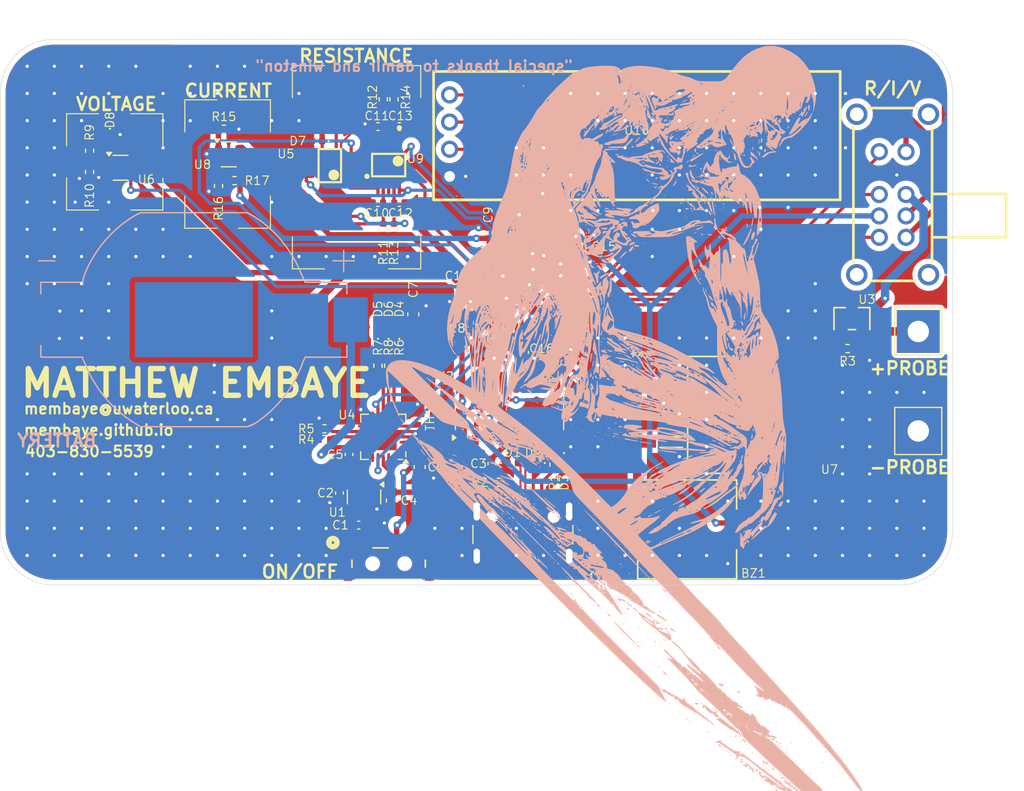
<source format=kicad_pcb>
(kicad_pcb (version 20241229) (generator "pcbnew") (generator_version "9.0")
  (layers (0 "F.Cu" signal) (2 "B.Cu" signal) (13 "F.Paste" user) (15 "B.Paste" user) (5 "F.SilkS" user "F.Silkscreen") (7 "B.SilkS" user "B.Silkscreen") (1 "F.Mask" user) (3 "B.Mask" user) (25 "Edge.Cuts" user))
  (net 0 "")
  (net 1 "Net-(BZ1--)")
  (net 2 "+3.3V")
  (net 3 "Net-(U2-V3)")
  (net 4 "+USB5V")
  (net 5 "+VBAT")
  (net 6 "Net-(U11-VDDCORE)")
  (net 7 "Net-(D4-K)")
  (net 8 "Net-(D5-K)")
  (net 9 "Net-(D6-K)")
  (net 10 "Net-(D8-A2)")
  (net 11 "Net-(J1-CC2)")
  (net 12 "Net-(J1-CC1)")
  (net 13 "Net-(U3-G)")
  (net 14 "Net-(U4-PROG1)")
  (net 15 "Net-(U4-PROG3)")
  (net 16 "Net-(U4-~{PG})")
  (net 17 "Net-(U4-STAT1{slash}~{LBO})")
  (net 18 "Net-(U4-STAT2)")
  (net 19 "Net-(U8--)")
  (net 21 "Net-(U4-THERM)")
  (net 50 "LDO_IN")
  (net 51 "VOUT")
  (net 52 "ADC2")
  (net 53 "ADC1")
  (net 54 "MUX4")
  (net 55 "MUX3")
  (net 56 "MUX2")
  (net 57 "MUX1")
  (net 58 "SWITCH2")
  (net 59 "Net-(U3-S)")
  (net 61 "SDA")
  (net 62 "SCL")
  (net 63 "GPIO2")
  (net 64 "SWITCH0")
  (net 65 "SWITCH1")
  (net 66 "GPIO_SW0")
  (net 67 "GPIO_SW2")
  (net 68 "+PROBE")
  (net 69 "GPIO_SW1")
  (net 70 "USBTX")
  (net 71 "USBRX")
  (net 72 "MCU_RESET")
  (net 73 "CHARGE_EN")
  (net 74 "TIMER_EN")
  (net 75 "SEL0")
  (net 76 "GPIO1")
  (net 77 "SEL1")
  (net 78 "ADC0")
  (net 79 "GND")
  (net 80 "USB_D+")
  (net 81 "USB_D-")
  (footprint "Resistor_SMD:R_0402_1005Metric" (layer "F.Cu") (at 165.8 55.6 -90)
    (property "Reference" "R12")
    (property "Value" "10k")
  )
  (footprint "Capacitor_SMD:C_0402_1005Metric" (layer "F.Cu") (at 163.5 95.4)
    (property "Reference" "C1")
    (property "Value" "100nF")
  )
  (footprint "Resistor_SMD:R_0402_1005Metric" (layer "F.Cu") (at 176.6 91.4 180)
    (property "Reference" "R2")
    (property "Value" "5.1k")
  )
  (footprint "Resistor_SMD:R_0402_1005Metric" (layer "F.Cu") (at 160.3 87.4)
    (property "Reference" "R4")
    (property "Value" "58.8k")
  )
  (footprint "Resistor_SMD:R_0402_1005Metric" (layer "F.Cu") (at 160.3 86.4 180)
    (property "Reference" "R5")
    (property "Value" "1M")
  )
  (footprint "Capacitor_SMD:C_0402_1005Metric" (layer "F.Cu") (at 179 79.26 90)
    (property "Reference" "C16")
    (property "Value" "100nF")
  )
  (footprint "Capacitor_SMD:C_0402_1005Metric" (layer "F.Cu") (at 167.300001 58.15 180)
    (property "Reference" "C13")
    (property "Value" "100nF")
  )
  (footprint "LED_SMD:LED_0402_1005Metric" (layer "F.Cu") (at 165.3 76.9 90)
    (property "Reference" "D5")
    (property "Value" "LED")
  )
  (footprint "Diode_SMD:D_0402_1005Metric" (layer "F.Cu") (at 179.8 89.6 180)
    (property "Reference" "D2")
    (property "Value" "6V TVS")
  )
  (footprint "Resistor_SMD:R_0402_1005Metric" (layer "F.Cu") (at 165.8 67.75 90)
    (property "Reference" "R11")
    (property "Value" "1k")
  )
  (footprint "footprints:SM_CPT_9X9_CUD" (layer "F.Cu") (at 194.2 95.8 180)
    (property "Reference" "BZ1")
    (property "Value" "Buzzer")
  )
  (footprint "Capacitor_SMD:C_0603_1608Metric" (layer "F.Cu") (at 169.2 89.975 -90)
    (property "Reference" "C6")
    (property "Value" "10uF")
  )
  (footprint "Package_DFN_QFN:QFN-20-1EP_4x4mm_P0.5mm_EP2.5x2.5mm" (layer "F.Cu") (at 165.8 87.15 180)
    (property "Reference" "U4")
    (property "Value" "MCP73871")
  )
  (footprint "Resistor_SMD:R_0402_1005Metric" (layer "F.Cu") (at 150.4 63.7 -90)
    (property "Reference" "R16")
    (property "Value" "1k")
  )
  (footprint "Resistor_SMD:R_0402_1005Metric" (layer "F.Cu") (at 181.75 89.75 90)
    (property "Reference" "R1")
    (property "Value" "5.1k")
  )
  (footprint "Capacitor_SMD:C_0402_1005Metric" (layer "F.Cu") (at 162.6 88.8 -90)
    (property "Reference" "C5")
    (property "Value" "4.7uF")
  )
  (footprint "Capacitor_SMD:C_0402_1005Metric" (layer "F.Cu") (at 179.4 66.86 -90)
    (property "Reference" "C14")
    (property "Value" "1uF")
  )
  (footprint "footprints:DGS0010A-MFG" (layer "F.Cu") (at 160.8 61.8 180)
    (property "Reference" "U5")
    (property "Value" "TMUX1204DGSR")
  )
  (footprint "Capacitor_SMD:C_0402_1005Metric" (layer "F.Cu") (at 165.3 65.25)
    (property "Reference" "C10")
    (property "Value" "100nF")
  )
  (footprint "Capacitor_SMD:C_0603_1608Metric" (layer "F.Cu") (at 172.725 73.36)
    (property "Reference" "C17")
    (property "Value" "10uF")
  )
  (footprint "Resistor_SMD:R_0402_1005Metric" (layer "F.Cu") (at 166.8 67.75 90)
    (property "Reference" "R13")
    (property "Value" "100k")
  )
  (footprint "footprints:SOT-23-3L_AOS" (layer "F.Cu") (at 209.6 76.1)
    (property "Reference" "U3")
    (property "Value" "AO3407A")
  )
  (footprint "Resistor_SMD:R_0402_1005Metric" (layer "F.Cu") (at 150.9 58.4)
    (property "Reference" "R15")
    (property "Value" "0.1")
  )
  (footprint "TestPoint:TestPoint_THTPad_4.0x4.0mm_Drill2.0mm" (layer "F.Cu") (at 215.8 86.6)
    (property "Reference" "H2" (hide yes))
    (property "Value" "ALLIGATOR CLIP PAD")
  )
  (footprint "Package_SO:SOIC-16_3.9x9.9mm_P1.27mm" (layer "F.Cu") (at 177.595 84.525 90)
    (property "Reference" "U2")
    (property "Value" "CH340C")
  )
  (footprint "Resistor_SMD:R_0402_1005Metric" (layer "F.Cu") (at 138.35 62.4 90)
    (property "Reference" "R10")
    (property "Value" "3.3k")
  )
  (footprint "Resistor_SMD:R_0402_1005Metric" (layer "F.Cu") (at 166.3 80.5 -90)
    (property "Reference" "R8")
    (property "Value" "470")
  )
  (footprint "Capacitor_SMD:C_0402_1005Metric" (layer "F.Cu") (at 165.3 58.15)
    (property "Reference" "C11")
    (property "Value" "100nF")
  )
  (footprint "Connector_USB:USB_C_Receptacle_GCT_USB4105-xx-A_16P_TopMnt_Horizontal" (layer "F.Cu") (at 178.85 97.225)
    (property "Reference" "J1")
    (property "Value" "USB_C_Receptacle_USB2.0_14P")
  )
  (footprint "Capacitor_SMD:C_0402_1005Metric" (layer "F.Cu") (at 161.7 92.4 -90)
    (property "Reference" "C2")
    (property "Value" "100nF")
  )
  (footprint "Capacitor_SMD:C_0603_1608Metric" (layer "F.Cu") (at 168.6 75.7 90)
    (property "Reference" "C7")
    (property "Value" "10uF")
  )
  (footprint "Diode_SMD:D_0402_1005Metric" (layer "F.Cu") (at 177.9 89.6)
    (property "Reference" "D1")
    (property "Value" "6V TVS")
  )
  (footprint "Resistor_SMD:R_0402_1005Metric" (layer "F.Cu") (at 151.9 63.2)
    (property "Reference" "R17")
    (property "Value" "64.9k")
  )
  (footprint "Resistor_SMD:R_0402_1005Metric" (layer "F.Cu") (at 138.35 60.4 90)
    (property "Reference" "R9")
    (property "Value" "16.9k")
  )
  (footprint "TestPoint:TestPoint_THTPad_4.0x4.0mm_Drill2.0mm" (layer "F.Cu") (at 215.8 77.3)
    (property "Reference" "H1" (hide yes))
    (property "Value" "ALLIGATOR CLIP PAD")
  )
  (footprint "LED_SMD:LED_0402_1005Metric" (layer "F.Cu") (at 166.3 76.9 90)
    (property "Reference" "D6")
    (property "Value" "LED")
  )
  (footprint "Capacitor_SMD:C_0402_1005Metric" (layer "F.Cu") (at 167.3 65.25 180)
    (property "Reference" "C12")
    (property "Value" "100nF")
  )
  (footprint "Package_TO_SOT_SMD:SOT-353_SC-70-5" (layer "F.Cu") (at 141.25 62)
    (property "Reference" "U6")
    (property "Value" "TLV9061xDCK")
  )
  (footprint "LED_SMD:LED_0402_1005Metric" (layer "F.Cu") (at 167.3 76.9 90)
    (property "Reference" "D4")
    (property "Value" "LED")
  )
  (footprint "Package_TO_SOT_SMD:SOT-353_SC-70-5" (layer "F.Cu") (at 151.35 60.75)
    (property "Reference" "U8")
    (property "Value" "TLV9061xDCK")
  )
  (footprint "Resistor_SMD:R_0402_1005Metric" (layer "F.Cu") (at 209.2 78.9 180)
    (property "Reference" "R3")
    (property "Value" "10k")
  )
  (footprint "Package_QFP:TQFP-48_7x7mm_P0.5mm" (layer "F.Cu") (at 179.5 73.06)
    (property "Reference" "U11")
    (property "Value" "ATSAMD21G18A-A")
  )
  (footprint "footprints:HS HS91L02W2C01_OLED" (layer "F.Cu") (at 189.5 59)
    (property "Reference" "U10")
    (property "Value" "~")
  )
  (footprint "footprints:DGS0010A-MFG" (layer "F.Cu") (at 166.3 61.75 -90)
    (property "Reference" "U9")
    (property "Value" "TMUX1204DGSR")
  )
  (footprint "Resistor_SMD:R_0402_1005Metric" (layer "F.Cu") (at 169 85.5 -90)
    (property "Reference" "TH1")
    (property "Value" "10k NTC")
  )
  (footprint "Diode_SMD:D_0402_1005Metric" (layer "F.Cu") (at 140.25 59.435 -90)
    (property "Reference" "D8")
    (property "Value" "TVS")
  )
  (footprint "Diode_SMD:D_0402_1005Metric" (layer "F.Cu") (at 159.6 59.5 180)
    (property "Reference" "D7")
    (property "Value" "TVS")
  )
  (footprint "Diode_SMD:D_0402_1005Metric" (layer "F.Cu") (at 182.7 89.75 -90)
    (property "Reference" "D3")
    (property "Value" "6V TVS")
  )
  (footprint "Resistor_SMD:R_0402_1005Metric" (layer "F.Cu") (at 166.8 55.6 -90)
    (property "Reference" "R14")
    (property "Value" "1M")
  )
  (footprint "Capacitor_SMD:C_0402_1005Metric" (layer "F.Cu") (at 184.3 69.36 180)
    (property "Reference" "C15")
    (property "Value" "100nF")
  )
  (footprint "Capacitor_SMD:C_0603_1608Metric" (layer "F.Cu") (at 166.6 93.1 -90)
    (property "Reference" "C4")
    (property "Value" "10uF")
  )
  (footprint "Capacitor_SMD:C_0402_1005Metric" (layer "F.Cu") (at 174.5 77)
    (property "Reference" "C8")
    (property "Value" "100nF")
  )
  (footprint "footprints:SW-TH_SK-23D05-G070" (layer "F.Cu") (at 213.4065 64.5 90)
    (property "Reference" "SW2" (hide yes))
    (property "Value" "DP3T")
  )
  (footprint "Capacitor_SMD:C_0402_1005Metric" (layer "F.Cu") (at 175.95 89.65 90)
    (property "Reference" "C3")
    (property "Value" "100nF")
  )
  (footprint "Package_TO_SOT_SMD:SOT-23" (layer "F.Cu") (at 164 92.7625 -90)
    (property "Reference" "U1")
    (property "Value" "XC6206P332MR")
  )
  (footprint "Capacitor_SMD:C_0402_1005Metric" (layer "F.Cu") (at 175.6 68.1 -90)
    (property "Reference" "C9")
    (property "Value" "100nF")
  )
  (footprint "footprints:MK-12C02_SW" (layer "F.Cu") (at 166.3 99)
    (property "Reference" "SW1" (hide yes))
    (property "Value" "SPDT MK-12C02-G025")
  )
  (footprint "Resistor_SMD:R_0402_1005Metric" (layer "F.Cu") (at 167.3 80.5 90)
    (property "Reference" "R6")
    (property "Value" "470")
  )
  (footprint "footprints:TRANS_IRLZ44NSTRL_INF" (layer "F.Cu") (at 199.1971 85.1 -90)
    (property "Reference" "U7")
    (property "Value" "IRLZ44NSTRRPBF")
  )
  (footprint "Resistor_SMD:R_0402_1005Metric" (layer "F.Cu") (at 165.3 80.5 90)
    (property "Reference" "R7")
    (property "Value" "470")
  )
  (footprint "footprints:BAT_BU2032SM-JJ-GTR" (layer "B.Cu") (at 148.096359 76.2 180)
    (property "Reference" "BATTERY" (hide yes))
    (property "Value" "BU2032SM-JJ-GTR")
  )
  (footprint "LOGO" (layer "B.Cu") (at 189.717305 82.740221 180)
    (property "Reference" "G***")
    (property "Value" "LOGO" (hide yes))
  )
  (gr_line (start 147.25 67.65) (end 147.25 64.65) (stroke (width 0.1)) (layer "F.SilkS"))
  (gr_line (start 157.3 52.45) (end 157.3 55.45) (stroke (width 0.1)) (layer "F.SilkS"))
  (gr_line (start 169.3 52.45) (end 169.3 55.45) (stroke (width 0.1)) (layer "F.SilkS"))
  (gr_line (start 157.3 71.45) (end 160.3 71.45) (stroke (width 0.1)) (layer "F.SilkS"))
  (gr_line (start 166.3 71.45) (end 169.3 71.45) (stroke (width 0.1)) (layer "F.SilkS"))
  (gr_line (start 136.2 56.95) (end 136.2 59.95) (stroke (width 0.1)) (layer "F.SilkS"))
  (gr_line (start 145.2 59.95) (end 145.2 56.95) (stroke (width 0.1)) (layer "F.SilkS"))
  (gr_line (start 136.2 65.95) (end 136.2 62.95) (stroke (width 0.1)) (layer "F.SilkS"))
  (gr_line (start 157.3 71.45) (end 157.3 68.45) (stroke (width 0.1)) (layer "F.SilkS"))
  (gr_line (start 145.2 65.95) (end 145.2 62.95) (stroke (width 0.1)) (layer "F.SilkS"))
  (gr_line (start 155.25 55.65) (end 155.25 58.65) (stroke (width 0.1)) (layer "F.SilkS"))
  (gr_line (start 139.2 56.95) (end 136.2 56.95) (stroke (width 0.1)) (layer "F.SilkS"))
  (gr_line (start 142.2 65.95) (end 145.2 65.95) (stroke (width 0.1)) (layer "F.SilkS"))
  (gr_line (start 147.25 55.65) (end 150.25 55.65) (stroke (width 0.1)) (layer "F.SilkS"))
  (gr_line (start 145.2 56.95) (end 142.2 56.95) (stroke (width 0.1)) (layer "F.SilkS"))
  (gr_line (start 155.25 67.65) (end 155.25 64.65) (stroke (width 0.1)) (layer "F.SilkS"))
  (gr_line (start 150.25 67.65) (end 147.25 67.65) (stroke (width 0.1)) (layer "F.SilkS"))
  (gr_line (start 157.3 52.45) (end 160.3 52.45) (stroke (width 0.1)) (layer "F.SilkS"))
  (gr_line (start 166.3 52.45) (end 169.3 52.45) (stroke (width 0.1)) (layer "F.SilkS"))
  (gr_line (start 147.25 55.65) (end 147.25 58.65) (stroke (width 0.1)) (layer "F.SilkS"))
  (gr_line (start 136.2 65.95) (end 139.2 65.95) (stroke (width 0.1)) (layer "F.SilkS"))
  (gr_line (start 152.25 67.65) (end 155.25 67.65) (stroke (width 0.1)) (layer "F.SilkS"))
  (gr_line (start 152.25 55.65) (end 155.25 55.65) (stroke (width 0.1)) (layer "F.SilkS"))
  (gr_line (start 169.3 71.45) (end 169.3 68.45) (stroke (width 0.1)) (layer "F.SilkS"))
  (gr_arc (start 214 50) (mid 217.535534 51.464466) (end 219 55) (stroke (width 0.05)) (layer "Edge.Cuts"))
  (gr_line (start 130 96) (end 130 55) (stroke (width 0.05)) (layer "Edge.Cuts"))
  (gr_arc (start 130 55) (mid 131.464466 51.464466) (end 135 50) (stroke (width 0.05)) (layer "Edge.Cuts"))
  (gr_line (start 219 55) (end 219 96) (stroke (width 0.05)) (layer "Edge.Cuts"))
  (gr_line (start 135 50) (end 214 50) (stroke (width 0.05)) (layer "Edge.Cuts"))
  (gr_arc (start 135 101) (mid 131.464466 99.535534) (end 130 96) (stroke (width 0.05)) (layer "Edge.Cuts"))
  (gr_arc (start 219 96) (mid 217.535534 99.535534) (end 214 101) (stroke (width 0.05)) (layer "Edge.Cuts"))
  (gr_line (start 214 101) (end 135 101) (stroke (width 0.05)) (layer "Edge.Cuts"))
  (gr_text "R/I/V" (at 213.4 54.6 0) (layer "F.SilkS") (effects (font (size 1.2 1.2) (thickness 0.24) (bold yes))))
  (gr_text "ON/OFF" (at 158 99.75 0) (layer "F.SilkS") (effects (font (size 1.2 1.2) (thickness 0.24) (bold yes))))
  (gr_text "VOLTAGE" (at 136.95 56.75 0) (layer "F.SilkS") (effects (font (size 1.2 1.2) (thickness 0.24) (bold yes)) (justify left bottom)))
  (gr_text "membaye.github.io" (at 132.1 87.1 0) (layer "F.SilkS") (effects (font (size 1 1) (thickness 0.2) (bold yes)) (justify left bottom)))
  (gr_text "+PROBE" (at 215 80.75 0) (layer "F.SilkS") (effects (font (size 1.2 1.2) (thickness 0.24) (bold yes))))
  (gr_text "-PROBE" (at 215 90 0) (layer "F.SilkS") (effects (font (size 1.2 1.2) (thickness 0.24) (bold yes))))
  (gr_text "CURRENT" (at 147.1 55.5 0) (layer "F.SilkS") (effects (font (size 1.2 1.2) (thickness 0.24) (bold yes)) (justify left bottom)))
  (gr_text "membaye@uwaterloo.ca" (at 132.1 85.1 0) (layer "F.SilkS") (effects (font (size 1 1) (thickness 0.2) (bold yes)) (justify left bottom)))
  (gr_text "MATTHEW EMBAYE" (at 131.7 83.6 0) (layer "F.SilkS") (effects (font (size 2.5 2.5) (thickness 0.5) (bold yes)) (justify left bottom)))
  (gr_text "RESISTANCE" (at 157.8 52.25 0) (layer "F.SilkS") (effects (font (size 1.2 1.2) (thickness 0.24) (bold yes)) (justify left bottom)))
  (gr_text "403-830-5539" (at 132.2 89.1 0) (layer "F.SilkS") (effects (font (size 1 1) (thickness 0.2) (bold yes)) (justify left bottom)))
  (gr_text "{dblquote}special thanks to damir and winston{dblquote}" (at 183.620471 53.081428 0) (layer "B.SilkS") (effects (font (size 1 1) (thickness 0.2) (bold yes)) (justify left bottom mirror)))
  (gr_text "BATTERY" (at 135.3 87.5 0) (layer "B.SilkS") (effects (font (size 1.2 1.2) (thickness 0.24) (bold yes)) (justify mirror)))
  (segment (start 189.5391 87.646) (end 189.5451 87.64) (width 0.8) (layer "F.Cu") (net 1))
  (segment (start 189.5391 95.8) (end 189.5391 87.646) (width 0.8) (layer "F.Cu") (net 1))
  (segment (start 165.249998 63.9) (end 162.7 63.9) (width 0.3) (layer "F.Cu") (net 2))
  (segment (start 196.9 95.2) (end 198.2609 95.2) (width 0.5) (layer "F.Cu") (net 2))
  (segment (start 198.2609 95.2) (end 198.8609 95.8) (width 0.5) (layer "F.Cu") (net 2))
  (segment (start 173.15 82.05) (end 173.15 73.71) (width 0.5) (layer "F.Cu") (net 2))
  (segment (start 160.82 91.92) (end 161.7 91.92) (width 0.8) (layer "F.Cu") (net 2))
  (segment (start 183.82 69.36) (end 183.82 68.42) (width 0.5) (layer "F.Cu") (net 2))
  (segment (start 183.82 69.36) (end 183.82 70.0515) (width 0.5) (layer "F.Cu") (net 2))
  (segment (start 160.76 68.26) (end 163.8 68.26) (width 0.5) (layer "F.Cu") (net 2))
  (segment (start 173.5 73.36) (end 173.5 73.260626) (width 0.8) (layer "F.Cu") (net 2))
  (segment (start 172.039374 71.8) (end 171.94 71.8) (width 0.8) (layer "F.Cu") (net 2))
  (segment (start 173.5 73.260626) (end 172.039374 71.8) (width 0.8) (layer "F.Cu") (net 2))
  (segment (start 173.15 73.71) (end 173.5 73.36) (width 0.5) (layer "F.Cu") (net 2))
  (segment (start 162.7 63.9) (end 161.4 62.6) (width 0.3) (layer "F.Cu") (net 2))
  (segment (start 174.05 72.81) (end 173.5 73.36) (width 0.3) (layer "F.Cu") (net 2))
  (segment (start 175.3375 72.81) (end 174.05 72.81) (width 0.3) (layer "F.Cu") (net 2))
  (segment (start 173.5 73.36) (end 171.94 71.8) (width 0.5) (layer "F.Cu") (net 2))
  (segment (start 152.6 60.1) (end 160.76 68.26) (width 0.5) (layer "F.Cu") (net 2))
  (segment (start 178.75 68.05) (end 176.9 66.2) (width 0.3) (layer "F.Cu") (net 2))
  (segment (start 161.4 62.6) (end 161.4 58.4) (width 0.3) (layer "F.Cu") (net 2))
  (segment (start 158.599999 60.799999) (end 153.299999 60.799999) (width 0.3) (layer "F.Cu") (net 2))
  (segment (start 163.05 91.825) (end 161.795 91.825) (width 0.8) (layer "F.Cu") (net 2))
  (segment (start 178.75 68.8975) (end 178.75 68.05) (width 0.3) (layer "F.Cu") (net 2))
  (segment (start 161.4 58.4) (end 164.71 55.09) (width 0.3) (layer "F.Cu") (net 2))
  (segment (start 171.94 71.8) (end 171.9 71.8) (width 0.5) (layer "F.Cu") (net 2))
  (segment (start 166.8 55.09) (end 165.8 55.09) (width 0.5) (layer "F.Cu") (net 2))
  (segment (start 171.9 71.8) (end 168.36 68.26) (width 0.5) (layer "F.Cu") (net 2))
  (segment (start 173.15 82.05) (end 173.15 83.75) (width 0.5) (layer "F.Cu") (net 2))
  (segment (start 178.75 68.8975) (end 178.75 71.85) (width 0.3) (layer "F.Cu") (net 2))
  (segment (start 178.75 71.85) (end 177.79 72.81) (width 0.3) (layer "F.Cu") (net 2))
  (segment (start 183.82 70.0515) (end 183.6625 70.209) (width 0.5) (layer "F.Cu") (net 2))
  (segment (start 142.2 61.35) (end 152.65 71.8) (width 0.5) (layer "F.Cu") (net 2))
  (segment (start 162.2 71.8) (end 157.2 76.8) (width 0.8) (layer "F.Cu") (net 2))
  (segment (start 165.299999 63.950001) (end 165.249998 63.9) (width 0.3) (layer "F.Cu") (net 2))
  (segment (start 168.36 68.26) (end 164.8 68.26) (width 0.5) (layer "F.Cu") (net 2))
  (segment (start 163.8 68.26) (end 164.8 68.26) (width 0.5) (layer "F.Cu") (net 2))
  (segment (start 152.65 71.8) (end 162.2 71.8) (width 0.5) (layer "F.Cu") (net 2))
  (segment (start 152.3 60.1) (end 152.6 60.1) (width 0.5) (layer "F.Cu") (net 2))
  (segment (start 176.9 62.2) (end 174.97 60.27) (width 0.3) (layer "F.Cu") (net 2))
  (segment (start 161.795 91.825) (end 161.7 91.92) (width 0.8) (layer "F.Cu") (net 2))
  (segment (start 153.299999 60.799999) (end 152.6 60.1) (width 0.3) (layer "F.Cu") (net 2))
  (segment (start 178.75 77.2225) (end 178.75 78.53) (width 0.3) (layer "F.Cu") (net 2))
  (segment (start 178.75 78.53) (end 179 78.78) (width 0.3) (layer "F.Cu") (net 2))
  (segment (start 174.97 60.27) (end 172 60.27) (width 0.3) (layer "F.Cu") (net 2))
  (segment (start 171.94 71.8) (end 162.2 71.8) (width 0.8) (layer "F.Cu") (net 2))
  (segment (start 177.79 72.81) (end 175.3375 72.81) (width 0.3) (layer "F.Cu") (net 2))
  (segment (start 178.75 77.2225) (end 178.75 71.85) (width 0.3) (layer "F.Cu") (net 2))
  (segment (start 157.2 88.3) (end 160.82 91.92) (width 0.8) (layer "F.Cu") (net 2))
  (segment (start 183.82 68.42) (end 183.8 68.4) (width 0.5) (layer "F.Cu") (net 2))
  (segment (start 164.71 55.09) (end 165.8 55.09) (width 0.3) (layer "F.Cu") (net 2))
  (segment (start 176.9 66.2) (end 176.9 62.2) (width 0.3) (layer "F.Cu") (net 2))
  (segment (start 173.15 83.75) (end 173.2 83.8) (width 0.5) (layer "F.Cu") (net 2))
  (segment (start 157.2 76.8) (end 157.2 88.3) (width 0.8) (layer "F.Cu") (net 2))
  (via (at 196.9 95.2) (size 0.7) (drill 0.3) (layers "F.Cu" "B.Cu") (net 2))
  (via (at 173.2 83.8) (size 0.7) (drill 0.3) (layers "F.Cu" "B.Cu") (net 2))
  (via (at 183.8 68.4) (size 0.7) (drill 0.3) (layers "F.Cu" "B.Cu") (net 2))
  (segment (start 179.1 91.3) (end 190.7 91.3) (width 0.5) (layer "B.Cu") (net 2))
  (segment (start 173.2 85.4) (end 179.1 91.3) (width 0.5) (layer "B.Cu") (net 2))
  (segment (start 173.2 83.8) (end 173.2 85.4) (width 0.5) (layer "B.Cu") (net 2))
  (segment (start 199.3 66.5) (end 212.1565 66.5) (width 0.5) (layer "B.Cu") (net 2))
  (segment (start 183.8 68.4) (end 184.2 68.4) (width 0.5) (layer "B.Cu") (net 2))
  (segment (start 193 91.3) (end 190.7 89) (width 0.5) (layer "B.Cu") (net 2))
  (segment (start 190.7 74.9) (end 190.7 75.1) (width 0.5) (layer "B.Cu") (net 2))
  (segment (start 190.7 91.3) (end 193 91.3) (width 0.5) (layer "B.Cu") (net 2))
  (segment (start 190.7 75.1) (end 199.3 66.5) (width 0.5) (layer "B.Cu") (net 2))
  (segment (start 190.7 89) (end 190.7 75.1) (width 0.5) (layer "B.Cu") (net 2))
  (segment (start 184.2 68.4) (end 190.7 74.9) (width 0.5) (layer "B.Cu") (net 2))
  (segment (start 193 91.3) (end 196.9 95.2) (width 0.5) (layer "B.Cu") (net 2))
  (segment (start 176.96 88.16) (end 176.96 87) (width 0.5) (layer "F.Cu") (net 3))
  (segment (start 175.95 89.17) (end 176.96 88.16) (width 0.5) (layer "F.Cu") (net 3))
  (segment (start 168.54 76.415) (end 168.6 76.475) (width 0.5) (layer "F.Cu") (net 4))
  (segment (start 165.8 89.8) (end 166.6 90.6) (width 0.3) (layer "F.Cu") (net 4))
  (segment (start 181.25 93.545) (end 181.25 91.912472) (width 0.5) (layer "F.Cu") (net 4))
  (segment (start 170.4 78.275) (end 170.4 86.8659) (width 0.5) (layer "F.Cu") (net 4))
  (segment (start 176.45 92.85) (end 175.925 92.325) (width 0.5) (layer "F.Cu") (net 4))
  (segment (start 176.45 92.9159) (end 176.45 93.545) (width 0.5) (layer "F.Cu") (net 4))
  (segment (start 167.7375 87.65) (end 169.55 87.65) (width 0.3) (layer "F.Cu") (net 4))
  (segment (start 166.6 90.6) (end 166.6 92.325) (width 0.3) (layer "F.Cu") (net 4))
  (segment (start 166.6 89.9) (end 166.6 92.325) (width 0.3) (layer "F.Cu") (net 4))
  (segment (start 170.4 86.8659) (end 176.45 92.9159) (width 0.5) (layer "F.Cu") (net 4))
  (segment (start 169.55 87.65) (end 174.225 92.325) (width 0.3) (layer "F.Cu") (net 4))
  (segment (start 175.925 92.325) (end 166.6 92.325) (width 0.5) (layer "F.Cu") (net 4))
  (segment (start 182.7 90.462472) (end 182.7 90.235) (width 0.5) (layer "F.Cu") (net 4))
  (segment (start 166.3 89.6) (end 166.6 89.9) (width 0.3) (layer "F.Cu") (net 4))
  (segment (start 174.225 92.325) (end 175.925 92.325) (width 0.3) (layer "F.Cu") (net 4))
  (segment (start 168.6 76.475) (end 170.4 78.275) (width 0.5) (layer "F.Cu") (net 4))
  (segment (start 165.3 76.415) (end 166.3 76.415) (width 0.5) (layer "F.Cu") (net 4))
  (segment (start 166.3 89.0875) (end 166.3 89.6) (width 0.3) (layer "F.Cu") (net 4))
  (segment (start 165.8 89.0875) (end 165.8 89.8) (width 0.3) (layer "F.Cu") (net 4))
  (segment (start 166.3 76.415) (end 167.3 76.415) (width 0.5) (layer "F.Cu") (net 4))
  (segment (start 176.45 93.545) (end 176.45 92.85) (width 0.5) (layer "F.Cu") (net 4))
  (segment (start 167.3 76.415) (end 168.54 76.415) (width 0.5) (layer "F.Cu") (net 4))
  (segment (start 181.25 91.912472) (end 182.7 90.462472) (width 0.5) (layer "F.Cu") (net 4))
  (segment (start 163.8625 88.15) (end 162.77 88.15) (width 0.3) (layer "F.Cu") (net 5))
  (segment (start 164.8 89.0875) (end 164.5355 89.0875) (width 0.3) (layer "F.Cu") (net 5))
  (segment (start 163.8625 88.15) (end 163.8625 87.65) (width 0.3) (layer "F.Cu") (net 5))
  (segment (start 164.5355 89.0875) (end 163.8625 88.4145) (width 0.3) (layer "F.Cu") (net 5))
  (segment (start 160.48 88.32) (end 160 88.8) (width 0.8) (layer "F.Cu") (net 5))
  (segment (start 162.77 88.15) (end 162.6 88.32) (width 0.3) (layer "F.Cu") (net 5))
  (segment (start 162.6 88.32) (end 160.48 88.32) (width 0.8) (layer "F.Cu") (net 5))
  (segment (start 163.8625 88.4145) (end 163.8625 88.15) (width 0.3) (layer "F.Cu") (net 5))
  (via (at 160 88.8) (size 0.7) (drill 0.3) (layers "F.Cu" "B.Cu") (net 5))
  (segment (start 162.746359 86.053641) (end 162.746359 76.2) (width 0.8) (layer "B.Cu") (net 5))
  (segment (start 160 88.8) (end 162.746359 86.053641) (width 0.8) (layer "B.Cu") (net 5))
  (segment (start 179.25 67.49) (end 179.4 67.34) (width 0.3) (layer "F.Cu") (net 6))
  (segment (start 179.25 68.8975) (end 179.25 67.49) (width 0.3) (layer "F.Cu") (net 6))
  (segment (start 167.3 79.99) (end 167.3 77.385) (width 0.3) (layer "F.Cu") (net 7))
  (segment (start 165.3 79.99) (end 165.3 77.385) (width 0.3) (layer "F.Cu") (net 8))
  (segment (start 166.3 79.99) (end 166.3 77.385) (width 0.3) (layer "F.Cu") (net 9))
  (segment (start 140.25 59.92) (end 140.25 61.3) (width 0.5) (layer "F.Cu") (net 10))
  (segment (start 139.86 60.91) (end 140.3 61.35) (width 0.5) (layer "F.Cu") (net 10))
  (segment (start 138.35 61.89) (end 138.35 60.91) (width 0.5) (layer "F.Cu") (net 10))
  (segment (start 140.25 61.3) (end 140.3 61.35) (width 0.5) (layer "F.Cu") (net 10))
  (segment (start 138.35 60.91) (end 139.86 60.91) (width 0.5) (layer "F.Cu") (net 10))
  (segment (start 181.74 90.26) (end 181.75 90.26) (width 0.3) (layer "F.Cu") (net 11))
  (segment (start 180.6 93.545) (end 180.6 91.4) (width 0.3) (layer "F.Cu") (net 11))
  (segment (start 180.6 91.4) (end 181.74 90.26) (width 0.3) (layer "F.Cu") (net 11))
  (segment (start 177.6 91.89) (end 177.11 91.4) (width 0.3) (layer "F.Cu") (net 12))
  (segment (start 177.6 93.545) (end 177.6 91.89) (width 0.3) (layer "F.Cu") (net 12))
  (segment (start 208.6475 78.8575) (end 208.69 78.9) (width 0.8) (layer "F.Cu") (net 13))
  (segment (start 208.6475 77.2938) (end 208.6475 78.8575) (width 0.8) (layer "F.Cu") (net 13))
  (segment (start 163.8625 87.15) (end 161.06 87.15) (width 0.3) (layer "F.Cu") (net 14))
  (segment (start 161.06 87.15) (end 160.81 87.4) (width 0.3) (layer "F.Cu") (net 14))
  (segment (start 161.06 86.65) (end 160.81 86.4) (width 0.3) (layer "F.Cu") (net 15))
  (segment (start 163.8625 86.65) (end 161.06 86.65) (width 0.3) (layer "F.Cu") (net 15))
  (segment (start 167.3 81.1) (end 167.3 81.01) (width 0.3) (layer "F.Cu") (net 16))
  (segment (start 166.8 81.6) (end 167.3 81.1) (width 0.3) (layer "F.Cu") (net 16))
  (segment (start 166.8 85.2125) (end 166.8 81.6) (width 0.3) (layer "F.Cu") (net 16))
  (segment (start 165.3 81.02105) (end 165.3 81.01) (width 0.3) (layer "F.Cu") (net 17))
  (segment (start 165.8 85.2125) (end 165.8 81.52105) (width 0.3) (layer "F.Cu") (net 17))
  (segment (start 165.8 81.52105) (end 165.3 81.02105) (width 0.3) (layer "F.Cu") (net 17))
  (segment (start 166.3 85.2125) (end 166.3 81.01) (width 0.3) (layer "F.Cu") (net 18))
  (segment (start 150.4 61.4) (end 150.4 63.19) (width 0.5) (layer "F.Cu") (net 19))
  (segment (start 151.39 63.2) (end 150.41 63.2) (width 0.5) (layer "F.Cu") (net 19))
  (segment (start 150.41 63.2) (end 150.4 63.19) (width 0.5) (layer "F.Cu") (net 19))
  (segment (start 168.86 86.15) (end 169 86.01) (width 0.3) (layer "F.Cu") (net 21))
  (segment (start 167.7375 86.15) (end 168.86 86.15) (width 0.3) (layer "F.Cu") (net 21))
  (segment (start 164 95.38) (end 163.98 95.4) (width 0.5) (layer "F.Cu") (net 50))
  (segment (start 164.0521 95.4721) (end 163.98 95.4) (width 0.5) (layer "F.Cu") (net 50))
  (segment (start 164.0521 96.92482) (end 164.0521 95.4721) (width 0.5) (layer "F.Cu") (net 50))
  (segment (start 164 93.7) (end 164 95.38) (width 0.5) (layer "F.Cu") (net 50))
  (segment (start 166.8 89.0875) (end 169.0875 89.0875) (width 0.3) (layer "F.Cu") (net 51))
  (segment (start 167.0493 96.92482) (end 167.0493 95.4507) (width 0.5) (layer "F.Cu") (net 51))
  (segment (start 167.7 90.5) (end 167.9 90.5) (width 0.5) (layer "F.Cu") (net 51))
  (segment (start 168.15 88.15) (end 169.2 89.2) (width 0.3) (layer "F.Cu") (net 51))
  (segment (start 167.9 90.5) (end 169.2 89.2) (width 0.5) (layer "F.Cu") (net 51))
  (segment (start 167.0493 95.4507) (end 167.1 95.4) (width 0.5) (layer "F.Cu") (net 51))
  (segment (start 169.0875 89.0875) (end 169.2 89.2) (width 0.3) (layer "F.Cu") (net 51))
  (segment (start 167.7375 88.15) (end 168.15 88.15) (width 0.3) (layer "F.Cu") (net 51))
  (via (at 167.1 95.4) (size 0.7) (drill 0.3) (layers "F.Cu" "B.Cu") (net 51))
  (via (at 167.7 90.5) (size 0.7) (drill 0.3) (layers "F.Cu" "B.Cu") (net 51))
  (segment (start 167.1 95.4) (end 167.7 94.8) (width 0.5) (layer "B.Cu") (net 51))
  (segment (start 167.7 94.8) (end 167.7 90.5) (width 0.5) (layer "B.Cu") (net 51))
  (segment (start 175.6 77) (end 174.98 77) (width 0.3) (layer "F.Cu") (net 52))
  (segment (start 176.6 74.6) (end 176.6 76) (width 0.3) (layer "F.Cu") (net 52))
  (segment (start 175.3375 74.31) (end 174.14 74.31) (width 0.3) (layer "F.Cu") (net 52))
  (segment (start 176.31 74.31) (end 176.6 74.6) (width 0.3) (layer "F.Cu") (net 52))
  (segment (start 176.6 76) (end 175.6 77) (width 0.3) (layer "F.Cu") (net 52))
  (segment (start 140.3 62.65) (end 142.2 62.65) (width 0.5) (layer "F.Cu") (net 52))
  (segment (start 174.14 74.31) (end 173.95 74.5) (width 0.3) (layer "F.Cu") (net 52))
  (segment (start 175.3375 74.31) (end 176.31 74.31) (width 0.3) (layer "F.Cu") (net 52))
  (segment (start 142.2 64.1) (end 142.2 62.65) (width 0.3) (layer "F.Cu") (net 52))
  (via (at 173.95 74.5) (size 0.7) (drill 0.3) (layers "F.Cu" "B.Cu") (net 52))
  (via (at 142.2 64.1) (size 0.7) (drill 0.3) (layers "F.Cu" "B.Cu") (net 52))
  (segment (start 146.8 64.1) (end 155.8 73.1) (width 0.3) (layer "B.Cu") (net 52))
  (segment (start 155.8 73.1) (end 172.55 73.1) (width 0.3) (layer "B.Cu") (net 52))
  (segment (start 142.2 64.1) (end 146.8 64.1) (width 0.3) (layer "B.Cu") (net 52))
  (segment (start 172.55 73.1) (end 173.95 74.5) (width 0.3) (layer "B.Cu") (net 52))
  (segment (start 176.29 71.81) (end 176.7 71.4) (width 0.3) (layer "F.Cu") (net 53))
  (segment (start 175.58 68.6) (end 175.6 68.58) (width 0.5) (layer "F.Cu") (net 53))
  (segment (start 176.7 70.3) (end 175.6 69.2) (width 0.3) (layer "F.Cu") (net 53))
  (segment (start 175.3375 71.81) (end 176.29 71.81) (width 0.3) (layer "F.Cu") (net 53))
  (segment (start 176.7 71.4) (end 176.7 70.3) (width 0.3) (layer "F.Cu") (net 53))
  (segment (start 152.41 63.2) (end 152.41 64.59) (width 0.5) (layer "F.Cu") (net 53))
  (segment (start 174.5 68.6) (end 175.58 68.6) (width 0.5) (layer "F.Cu") (net 53))
  (segment (start 152.41 63.2) (end 152.41 61.51) (width 0.5) (layer "F.Cu") (net 53))
  (segment (start 152.41 61.51) (end 152.3 61.4) (width 0.5) (layer "F.Cu") (net 53))
  (segment (start 175.6 69.2) (end 175.6 68.58) (width 0.3) (layer "F.Cu") (net 53))
  (segment (start 152.41 64.59) (end 152.4 64.6) (width 0.5) (layer "F.Cu") (net 53))
  (via (at 174.5 68.6) (size 0.7) (drill 0.3) (layers "F.Cu" "B.Cu") (net 53))
  (via (at 152.4 64.6) (size 0.7) (drill 0.3) (layers "F.Cu" "B.Cu") (net 53))
  (segment (start 152.4 64.6) (end 156.4 68.6) (width 0.5) (layer "B.Cu") (net 53))
  (segment (start 156.4 68.6) (end 174.5 68.6) (width 0.5) (layer "B.Cu") (net 53))
  (segment (start 165.8 65.27) (end 165.78 65.25) (width 0.3) (layer "F.Cu") (net 54))
  (segment (start 165.8 67.24) (end 165.8 65.27) (width 0.3) (layer "F.Cu") (net 54))
  (segment (start 165.800001 65.229999) (end 165.78 65.25) (width 0.3) (layer "F.Cu") (net 54))
  (segment (start 158.599999 61.300001) (end 157.599999 61.300001) (width 0.3) (layer "F.Cu") (net 54))
  (segment (start 160.64 67.24) (end 165.8 67.24) (width 0.3) (layer "F.Cu") (net 54))
  (segment (start 165.800001 63.950001) (end 165.800001 65.229999) (width 0.3) (layer "F.Cu") (net 54))
  (segment (start 156.8 63.4) (end 160.64 67.24) (width 0.3) (layer "F.Cu") (net 54))
  (segment (start 156.8 62.1) (end 156.8 63.4) (width 0.3) (layer "F.Cu") (net 54))
  (segment (start 157.599999 61.300001) (end 156.8 62.1) (width 0.3) (layer "F.Cu") (net 54))
  (segment (start 165.78 56.13) (end 165.8 56.11) (width 0.3) (layer "F.Cu") (net 55))
  (segment (start 165.208518 61.300001) (end 165.8 60.708519) (width 0.3) (layer "F.Cu") (net 55))
  (segment (start 163.000001 61.300001) (end 165.208518 61.300001) (width 0.3) (layer "F.Cu") (net 55))
  (segment (start 165.800001 58.170001) (end 165.78 58.15) (width 0.3) (layer "F.Cu") (net 55))
  (segment (start 165.8 60.708519) (end 165.800001 59.549999) (width 0.3) (layer "F.Cu") (net 55))
  (segment (start 165.78 58.15) (end 165.78 56.13) (width 0.3) (layer "F.Cu") (net 55))
  (segment (start 165.800001 59.549999) (end 165.800001 58.170001) (width 0.3) (layer "F.Cu") (net 55))
  (segment (start 157.30852 62.5) (end 157.301 62.5) (width 0.3) (layer "F.Cu") (net 56))
  (segment (start 166.799999 63.950001) (end 166.799999 65.229999) (width 0.3) (layer "F.Cu") (net 56))
  (segment (start 157.301 63.19248) (end 157.80426 63.69574) (width 0.3) (layer "F.Cu") (net 56))
  (segment (start 158.599999 62.299999) (end 157.508521 62.299999) (width 0.3) (layer "F.Cu") (net 56))
  (segment (start 166.8 65.27) (end 166.82 65.25) (width 0.3) (layer "F.Cu") (net 56))
  (segment (start 166.84 67.2) (end 166.8 67.24) (width 0.3) (layer "F.Cu") (net 56))
  (segment (start 167.8 67.2) (end 166.84 67.2) (width 0.3) (layer "F.Cu") (net 56))
  (segment (start 157.301 62.5) (end 157.301 63.19248) (width 0.3) (layer "F.Cu") (net 56))
  (segment (start 160.64852 66.54) (end 163.7 66.54) (width 0.3) (layer "F.Cu") (net 56))
  (segment (start 157.508521 62.299999) (end 157.30852 62.5) (width 0.3) (layer "F.Cu") (net 56))
  (segment (start 166.8 67.24) (end 166.8 65.27) (width 0.3) (layer "F.Cu") (net 56))
  (segment (start 157.80426 63.69574) (end 160.64852 66.54) (width 0.3) (layer "F.Cu") (net 56))
  (segment (start 166.799999 65.229999) (end 166.82 65.25) (width 0.3) (layer "F.Cu") (net 56))
  (via (at 167.8 67.2) (size 0.7) (drill 0.3) (layers "F.Cu" "B.Cu") (net 56))
  (via (at 163.7 66.54) (size 0.7) (drill 0.3) (layers "F.Cu" "B.Cu") (net 56))
  (segment (start 163.7 66.54) (end 164.36 67.2) (width 0.3) (layer "B.Cu") (net 56))
  (segment (start 164.36 67.2) (end 167.8 67.2) (width 0.3) (layer "B.Cu") (net 56))
  (segment (start 163.000001 62.299999) (end 165.500001 62.299999) (width 0.3) (layer "F.Cu") (net 57))
  (segment (start 166.799999 59.549999) (end 166.799999 58.170002) (width 0.3) (layer "F.Cu") (net 57))
  (segment (start 166.8 58.129999) (end 166.8 56.11) (width 0.3) (layer "F.Cu") (net 57))
  (segment (start 166.799999 58.170002) (end 166.820001 58.15) (width 0.3) (layer "F.Cu") (net 57))
  (segment (start 166.820001 58.15) (end 166.8 58.129999) (width 0.3) (layer "F.Cu") (net 57))
  (segment (start 166.799999 61.000001) (end 166.799999 59.549999) (width 0.3) (layer "F.Cu") (net 57))
  (segment (start 165.500001 62.299999) (end 166.799999 61.000001) (width 0.3) (layer "F.Cu") (net 57))
  (segment (start 208.4 52.5) (end 214.6565 58.7565) (width 0.5) (layer "F.Cu") (net 58))
  (segment (start 160.085 57.415) (end 165 52.5) (width 0.5) (layer "F.Cu") (net 58))
  (segment (start 160.085 59.5) (end 160.085 57.415) (width 0.5) (layer "F.Cu") (net 58))
  (segment (start 214.6565 58.7565) (end 214.6565 60.5) (width 0.5) (layer "F.Cu") (net 58))
  (segment (start 159.6 61.8) (end 160.085 61.315) (width 0.3) (layer "F.Cu") (net 58))
  (segment (start 160.085 61.315) (end 160.085 59.5) (width 0.3) (layer "F.Cu") (net 58))
  (segment (start 158.599999 61.8) (end 159.6 61.8) (width 0.3) (layer "F.Cu") (net 58))
  (segment (start 165 52.5) (end 208.4 52.5) (width 0.5) (layer "F.Cu") (net 58))
  (segment (start 215.7938 77.2938) (end 215.8 77.3) (width 0.8) (layer "F.Cu") (net 59))
  (segment (start 210.5525 77.2938) (end 215.7938 77.2938) (width 0.8) (layer "F.Cu") (net 59))
  (segment (start 189.8 64) (end 180.99 55.19) (width 0.3) (layer "F.Cu") (net 61))
  (segment (start 189.8 69.50852) (end 189.8 64) (width 0.3) (layer "F.Cu") (net 61))
  (segment (start 186.49852 72.81) (end 189.8 69.50852) (width 0.3) (layer "F.Cu") (net 61))
  (segment (start 180.99 55.19) (end 172 55.19) (width 0.3) (layer "F.Cu") (net 61))
  (segment (start 183.6625 72.81) (end 186.49852 72.81) (width 0.3) (layer "F.Cu") (net 61))
  (segment (start 183.6625 72.31) (end 186.29 72.31) (width 0.3) (layer "F.Cu") (net 62))
  (segment (start 189.3 64.3) (end 182.73 57.73) (width 0.3) (layer "F.Cu") (net 62))
  (segment (start 186.29 72.31) (end 189.3 69.3) (width 0.3) (layer "F.Cu") (net 62))
  (segment (start 189.3 69.3) (end 189.3 64.3) (width 0.3) (layer "F.Cu") (net 62))
  (segment (start 182.73 57.73) (end 172 57.73) (width 0.3) (layer "F.Cu") (net 62))
  (segment (start 185.16 82.56) (end 189.5451 82.56) (width 0.3) (layer "F.Cu") (net 63))
  (segment (start 180.75 78.15) (end 185.16 82.56) (width 0.3) (layer "F.Cu") (net 63))
  (segment (start 180.75 77.2225) (end 180.75 78.15) (width 0.3) (layer "F.Cu") (net 63))
  (segment (start 218.249 64.9075) (end 214.6565 68.5) (width 0.5) (layer "F.Cu") (net 64))
  (segment (start 138.35 59.89) (end 138.35 59.620001) (width 0.5) (layer "F.Cu") (net 64))
  (segment (start 218.249 55.149) (end 218.249 64.9075) (width 0.5) (layer "F.Cu") (net 64))
  (segment (start 146.970001 51) (end 214.1 51) (width 0.5) (layer "F.Cu") (net 64))
  (segment (start 214.1 51) (end 218.249 55.149) (width 0.5) (layer "F.Cu") (net 64))
  (segment (start 138.35 59.620001) (end 146.970001 51) (width 0.5) (layer "F.Cu") (net 64))
  (segment (start 156.701 51.799) (end 150.39 58.11) (width 0.5) (layer "F.Cu") (net 65))
  (segment (start 150.39 58.11) (end 150.39 58.4) (width 0.5) (layer "F.Cu") (net 65))
  (segment (start 216.8 64.3565) (end 216.8 59.1) (width 0.5) (layer "F.Cu") (net 65))
  (segment (start 209.499 51.799) (end 156.701 51.799) (width 0.5) (layer "F.Cu") (net 65))
  (segment (start 150.39 58.4) (end 150.39 60.09) (width 0.5) (layer "F.Cu") (net 65))
  (segment (start 214.6565 66.5) (end 216.8 64.3565) (width 0.5) (layer "F.Cu") (net 65))
  (segment (start 216.8 59.1) (end 209.499 51.799) (width 0.5) (layer "F.Cu") (net 65))
  (segment (start 150.39 60.09) (end 150.4 60.1) (width 0.5) (layer "F.Cu") (net 65))
  (segment (start 183.6625 73.81) (end 199.19 73.81) (width 0.3) (layer "F.Cu") (net 66))
  (segment (start 212.1565 60.8435) (end 212.1565 60.5) (width 0.3) (layer "F.Cu") (net 66))
  (segment (start 199.19 73.81) (end 212.1565 60.8435) (width 0.3) (layer "F.Cu") (net 66))
  (segment (start 183.6625 74.81) (end 201.19 74.81) (width 0.3) (layer "F.Cu") (net 67))
  (segment (start 207.5 68.5) (end 212.1565 68.5) (width 0.3) (layer "F.Cu") (net 67))
  (segment (start 201.19 74.81) (end 207.5 68.5) (width 0.3) (layer "F.Cu") (net 67))
  (segment (start 211.9938 74.9062) (end 212.7 74.2) (width 0.8) (layer "F.Cu") (net 68))
  (segment (start 209.6 74.9062) (end 211.9938 74.9062) (width 0.8) (layer "F.Cu") (net 68))
  (segment (start 214.6565 64.2565) (end 214.6565 64.5) (width 0.8) (layer "F.Cu") (net 68))
  (via (at 212.7 74.2) (size 0.7) (drill 0.3) (layers "F.Cu" "B.Cu") (net 68))
  (segment (start 216.3 69.3) (end 216.3 66) (width 0.8) (layer "B.Cu") (net 68))
  (segment (start 212.7 74.2) (end 212.7 72.9) (width 0.8) (layer "B.Cu") (net 68))
  (segment (start 214.8 64.5) (end 214.6565 64.5) (width 0.8) (layer "B.Cu") (net 68))
  (segment (start 216.3 66) (end 214.8 64.5) (width 0.8) (layer "B.Cu") (net 68))
  (segment (start 212.7 72.9) (end 216.3 69.3) (width 0.8) (layer "B.Cu") (net 68))
  (segment (start 210 64.5) (end 212.1565 64.5) (width 0.3) (layer "F.Cu") (net 69))
  (segment (start 183.6625 74.31) (end 200.19 74.31) (width 0.3) (layer "F.Cu") (net 69))
  (segment (start 200.19 74.31) (end 210 64.5) (width 0.3) (layer "F.Cu") (net 69))
  (segment (start 212.1565 64.5) (end 212.1565 64.5435) (width 0.5) (layer "F.Cu") (net 69))
  (segment (start 174.42 87) (end 174.42 85.42) (width 0.3) (layer "F.Cu") (net 70))
  (segment (start 176.151153 79.548847) (end 176.75 78.95) (width 0.3) (layer "F.Cu") (net 70))
  (segment (start 176.151153 79.800769) (end 176.151153 79.548847) (width 0.3) (layer "F.Cu") (net 70))
  (segment (start 174.42 85.42) (end 174.4 85.4) (width 0.3) (layer "F.Cu") (net 70))
  (segment (start 174.42 87) (end 174.42 86.22) (width 0.3) (layer "F.Cu") (net 70))
  (segment (start 176.75 78.95) (end 176.75 77.2225) (width 0.3) (layer "F.Cu") (net 70))
  (via (at 176.151153 79.800769) (size 0.7) (drill 0.3) (layers "F.Cu" "B.Cu") (net 70))
  (via (at 174.4 85.4) (size 0.7) (drill 0.3) (layers "F.Cu" "B.Cu") (net 70))
  (segment (start 174.4 85.4) (end 176.151153 83.648847) (width 0.3) (layer "B.Cu") (net 70))
  (segment (start 176.151153 83.648847) (end 176.151153 79.800769) (width 0.3) (layer "B.Cu") (net 70))
  (segment (start 177.25 79.95) (end 177.25 77.2225) (width 0.3) (layer "F.Cu") (net 71))
  (segment (start 175.69 87) (end 175.69 86.49) (width 0.3) (layer "F.Cu") (net 71))
  (segment (start 175.69 85.41) (end 175.7 85.4) (width 0.3) (layer "F.Cu") (net 71))
  (segment (start 175.69 87) (end 175.69 85.41) (width 0.3) (layer "F.Cu") (net 71))
  (via (at 177.25 79.95) (size 0.7) (drill 0.3) (layers "F.Cu" "B.Cu") (net 71))
  (via (at 175.7 85.4) (size 0.7) (drill 0.3) (layers "F.Cu" "B.Cu") (net 71))
  (segment (start 177.2 83.9) (end 175.7 85.4) (width 0.3) (layer "B.Cu") (net 71))
  (segment (start 177.2 80) (end 177.2 83.9) (width 0.3) (layer "B.Cu") (net 71))
  (segment (start 177.25 79.95) (end 177.2 80) (width 0.3) (layer "B.Cu") (net 71))
  (segment (start 176.96 82.05) (end 176.96 83.024999) (width 0.3) (layer "F.Cu") (net 72))
  (segment (start 177.635001 83.7) (end 178.2 83.7) (width 0.3) (layer "F.Cu") (net 72))
  (segment (start 180.75 68.8975) (end 180.75 70.15) (width 0.3) (layer "F.Cu") (net 72))
  (segment (start 180.75 70.15) (end 180.8 70.2) (width 0.3) (layer "F.Cu") (net 72))
  (segment (start 176.96 83.024999) (end 177.635001 83.7) (width 0.3) (layer "F.Cu") (net 72))
  (via (at 180.8 70.2) (size 0.7) (drill 0.3) (layers "F.Cu" "B.Cu") (net 72))
  (via (at 178.2 83.7) (size 0.7) (drill 0.3) (layers "F.Cu" "B.Cu") (net 72))
  (segment (start 181.3 83.7) (end 184.7 80.3) (width 0.3) (layer "B.Cu") (net 72))
  (segment (start 182.7 70.2) (end 180.8 70.2) (width 0.3) (layer "B.Cu") (net 72))
  (segment (start 184.7 72.2) (end 182.7 70.2) (width 0.3) (layer "B.Cu") (net 72))
  (segment (start 178.2 83.7) (end 181.3 83.7) (width 0.3) (layer "B.Cu") (net 72))
  (segment (start 184.7 80.3) (end 184.7 72.2) (width 0.3) (layer "B.Cu") (net 72))
  (segment (start 165.3 89.0875) (end 165.3 90.28995) (width 0.3) (layer "F.Cu") (net 73))
  (segment (start 183.6625 71.81) (end 182.67801 71.81) (width 0.3) (layer "F.Cu") (net 73))
  (segment (start 182.67801 71.81) (end 182.390006 72.098004) (width 0.3) (layer "F.Cu") (net 73))
  (segment (start 165.3 90.28995) (end 165.305025 90.294975) (width 0.3) (layer "F.Cu") (net 73))
  (via (at 182.390006 72.098004) (size 0.7) (drill 0.3) (layers "F.Cu" "B.Cu") (net 73))
  (via (at 165.305025 90.294975) (size 0.7) (drill 0.3) (layers "F.Cu" "B.Cu") (net 73))
  (segment (start 165.305025 90.294975) (end 165.305025 89.182985) (width 0.3) (layer "B.Cu") (net 73))
  (segment (start 165.305025 89.182985) (end 182.390006 72.098004) (width 0.3) (layer "B.Cu") (net 73))
  (segment (start 183.6625 71.31) (end 182.703356 71.31) (width 0.3) (layer "F.Cu") (net 74))
  (segment (start 182.703356 71.31) (end 182.383815 70.990459) (width 0.3) (layer "F.Cu") (net 74))
  (segment (start 165.3 85.2125) (end 165.3 84.3) (width 0.3) (layer "F.Cu") (net 74))
  (segment (start 165.3 84.3) (end 165.1 84.1) (width 0.3) (layer "F.Cu") (net 74))
  (via (at 165.1 84.1) (size 0.7) (drill 0.3) (layers "F.Cu" "B.Cu") (net 74))
  (via (at 182.383815 70.990459) (size 0.7) (drill 0.3) (layers "F.Cu" "B.Cu") (net 74))
  (segment (start 166 83.2) (end 165.1 84.1) (width 0.3) (layer "B.Cu") (net 74))
  (segment (start 170.174274 83.2) (end 166 83.2) (width 0.3) (layer "B.Cu") (net 74))
  (segment (start 182.383815 70.990459) (end 170.174274 83.2) (width 0.3) (layer "B.Cu") (net 74))
  (segment (start 163.000001 62.800001) (end 165.791479 62.800001) (width 0.3) (layer "F.Cu") (net 75))
  (segment (start 165.791479 62.800001) (end 167.300001 61.291479) (width 0.3) (layer "F.Cu") (net 75))
  (segment (start 179.45 72.934325) (end 179.45 72.95852) (width 0.3) (layer "F.Cu") (net 75))
  (segment (start 179.45 72.95852) (end 182.30148 75.81) (width 0.3) (layer "F.Cu") (net 75))
  (segment (start 167.300001 61.099999) (end 168.4 60) (width 0.3) (layer "F.Cu") (net 75))
  (segment (start 167.300001 61.291479) (end 167.300001 61.099999) (width 0.3) (layer "F.Cu") (net 75))
  (segment (start 167.300001 61.291479) (end 167.300001 59.549999) (width 0.3) (layer "F.Cu") (net 75))
  (segment (start 182.30148 75.81) (end 183.6625 75.81) (width 0.3) (layer "F.Cu") (net 75))
  (via (at 179.45 72.934325) (size 0.7) (drill 0.3) (layers "F.Cu" "B.Cu") (net 75))
  (via (at 168.4 60) (size 0.7) (drill 0.3) (layers "F.Cu" "B.Cu") (net 75))
  (segment (start 168.4 60.83776) (end 173.76124 66.199) (width 0.3) (layer "B.Cu") (net 75))
  (segment (start 179.518272 70.8) (end 179.519272 70.799) (width 0.3) (layer "B.Cu") (net 75))
  (segment (start 175.007521 66.199) (end 175.301 66.492479) (width 0.3) (layer "B.Cu") (net 75))
  (segment (start 180.408636 70.8) (end 180.7 71.091364) (width 0.3) (layer "B.Cu") (net 75))
  (segment (start 180.7 71.091364) (end 180.7 71.8) (width 0.3) (layer "B.Cu") (net 75))
  (segment (start 175.301 66.492479) (end 175.607521 66.799) (width 0.3) (layer "B.Cu") (net 75))
  (segment (start 173.76124 66.199) (end 174.59248 66.199) (width 0.3) (layer "B.Cu") (net 75))
  (segment (start 180.1 70.799) (end 180.101 70.8) (width 0.3) (layer "B.Cu") (net 75))
  (segment (start 176.3 69.730166) (end 177.069834 70.5) (width 0.3) (layer "B.Cu") (net 75))
  (segment (start 179.519272 70.799) (end 180.1 70.799) (width 0.3) (layer "B.Cu") (net 75))
  (segment (start 177.069834 70.500001) (end 177.369833 70.8) (width 0.3) (layer "B.Cu") (net 75))
  (segment (start 175.901 67.092479) (end 176.3 67.491479) (width 0.3) (layer "B.Cu") (net 75))
  (segment (start 174.59248 66.199) (end 175.007521 66.199) (width 0.3) (layer "B.Cu") (net 75))
  (segment (start 177.369833 70.8) (end 179.518272 70.8) (width 0.3) (layer "B.Cu") (net 75))
  (segment (start 177.069834 70.5) (end 177.069834 70.500001) (width 0.3) (layer "B.Cu") (net 75))
  (segment (start 180.7 71.8) (end 179.565675 72.934325) (width 0.3) (layer "B.Cu") (net 75))
  (segment (start 180.101 70.8) (end 180.408636 70.8) (width 0.3) (layer "B.Cu") (net 75))
  (segment (start 175.607521 66.799) (end 175.901 67.092479) (width 0.3) (layer "B.Cu") (net 75))
  (segment (start 168.4 60) (end 168.4 60.83776) (width 0.3) (layer "B.Cu") (net 75))
  (segment (start 176.3 67.491479) (end 176.3 69.730166) (width 0.3) (layer "B.Cu") (net 75))
  (segment (start 179.565675 72.934325) (end 179.45 72.934325) (width 0.3) (layer "B.Cu") (net 75))
  (segment (start 165.3 60.5) (end 165.299999 60.499999) (width 0.3) (layer "F.Cu") (net 76))
  (segment (start 162.8 60.599998) (end 163.000001 60.799999) (width 0.3) (layer "F.Cu") (net 76))
  (segment (start 165.299999 60.499999) (end 165.299999 59.549999) (width 0.3) (layer "F.Cu") (net 76))
  (segment (start 177.75 77.2225) (end 177.75 74.65) (width 0.3) (layer "F.Cu") (net 76))
  (segment (start 165.000001 60.799999) (end 165.3 60.5) (width 0.3) (layer "F.Cu") (net 76))
  (segment (start 163.000001 60.799999) (end 165.000001 60.799999) (width 0.3) (layer "F.Cu") (net 76))
  (segment (start 177.75 74.65) (end 177.3 74.2) (width 0.3) (layer "F.Cu") (net 76))
  (segment (start 162.8 59.7) (end 162.8 60.599998) (width 0.3) (layer "F.Cu") (net 76))
  (via (at 162.8 59.7) (size 0.7) (drill 0.3) (layers "F.Cu" "B.Cu") (net 76))
  (via (at 177.3 74.2) (size 0.7) (drill 0.3) (layers "F.Cu" "B.Cu") (net 76))
  (segment (start 172.301 69.201) (end 156.151058 69.201) (width 0.3) (layer "B.Cu") (net 76))
  (segment (start 152.275029 65.324971) (end 149.633607 65.324971) (width 0.3) (layer "B.Cu") (net 76))
  (segment (start 177.3 74.2) (end 172.301 69.201) (width 0.3) (layer "B.Cu") (net 76))
  (segment (start 149.2 59.5) (end 162.6 59.5) (width 0.3) (layer "B.Cu") (net 76))
  (segment (start 149.633607 65.324971) (end 148.599 64.290364) (width 0.3) (layer "B.Cu") (net 76))
  (segment (start 156.151058 69.201) (end 155.799 68.848942) (width 0.3) (layer "B.Cu") (net 76))
  (segment (start 148.599 60.101) (end 149.2 59.5) (width 0.3) (layer "B.Cu") (net 76))
  (segment (start 148.599 64.290364) (end 148.599 60.101) (width 0.3) (layer "B.Cu") (net 76))
  (segment (start 155.799 68.848942) (end 152.275029 65.324971) (width 0.3) (layer "B.Cu") (net 76))
  (segment (start 162.6 59.5) (end 162.8 59.7) (width 0.3) (layer "B.Cu") (net 76))
  (segment (start 158.599999 62.800001) (end 158.599999 63.199999) (width 0.3) (layer "F.Cu") (net 77))
  (segment (start 179.809636 71.509636) (end 181.5 73.2) (width 0.3) (layer "F.Cu") (net 77))
  (segment (start 158.599999 63.199999) (end 159 63.6) (width 0.3) (layer "F.Cu") (net 77))
  (segment (start 179.809636 71.5) (end 179.809636 71.509636) (width 0.3) (layer "F.Cu") (net 77))
  (segment (start 181.5 73.2) (end 181.5 74.1) (width 0.3) (layer "F.Cu") (net 77))
  (segment (start 182.71 75.31) (end 183.6625 75.31) (width 0.3) (layer "F.Cu") (net 77))
  (segment (start 168.1 64.1) (end 167.45 64.1) (width 0.3) (layer "F.Cu") (net 77))
  (segment (start 181.5 74.1) (end 182.71 75.31) (width 0.3) (layer "F.Cu") (net 77))
  (segment (start 167.45 64.1) (end 167.300001 63.950001) (width 0.3) (layer "F.Cu") (net 77))
  (via (at 179.809636 71.5) (size 0.7) (drill 0.3) (layers "F.Cu" "B.Cu") (net 77))
  (via (at 168.1 64.1) (size 0.7) (drill 0.3) (layers "F.Cu" "B.Cu") (net 77))
  (via (at 159 63.6) (size 0.7) (drill 0.3) (layers "F.Cu" "B.Cu") (net 77))
  (segment (start 173.553719 66.7) (end 170.95372 64.1) (width 0.3) (layer "B.Cu") (net 77))
  (segment (start 176.09248 70.231166) (end 175.799 69.937686) (width 0.3) (layer "B.Cu") (net 77))
  (segment (start 175.799 69.937686) (end 175.799 69.937687) (width 0.3) (layer "B.Cu") (net 77))
  (segment (start 176.862314 71.001) (end 176.568834 70.707522) (width 0.3) (layer "B.Cu") (net 77))
  (segment (start 174.800001 66.7) (end 173.553719 66.7) (width 0.3) (layer "B.Cu") (net 77))
  (segment (start 176.568834 70.70752) (end 176.092479 70.231166) (width 0.3) (layer "B.Cu") (net 77))
  (segment (start 179.809636 71.5) (end 177.361312 71.5) (width 0.3) (layer "B.Cu") (net 77))
  (segment (start 160.001 64.601) (end 167.599 64.601) (width 0.3) (layer "B.Cu") (net 77))
  (segment (start 159 63.6) (end 160.001 64.601) (width 0.3) (layer "B.Cu") (net 77))
  (segment (start 175.799 67.698999) (end 174.800001 66.7) (width 0.3) (layer "B.Cu") (net 77))
  (segment (start 177.361312 71.5) (end 176.862313 71.001001) (width 0.3) (layer "B.Cu") (net 77))
  (segment (start 176.862313 71.001001) (end 176.862314 71.001) (width 0.3) (layer "B.Cu") (net 77))
  (segment (start 175.799 69.937687) (end 175.799 67.698999) (width 0.3) (layer "B.Cu") (net 77))
  (segment (start 176.092479 70.231166) (end 176.09248 70.231166) (width 0.3) (layer "B.Cu") (net 77))
  (segment (start 176.568834 70.707522) (end 176.568834 70.70752) (width 0.3) (layer "B.Cu") (net 77))
  (segment (start 170.95372 64.1) (end 168.1 64.1) (width 0.3) (layer "B.Cu") (net 77))
  (segment (start 167.599 64.601) (end 168.1 64.1) (width 0.3) (layer "B.Cu") (net 77))
  (segment (start 174.31 71.31) (end 175.3375 71.31) (width 0.3) (layer "F.Cu") (net 78))
  (segment (start 166.6 62.7) (end 168.5 62.7) (width 0.3) (layer "F.Cu") (net 78))
  (segment (start 169.7 63.9) (end 169.7 66.7) (width 0.3) (layer "F.Cu") (net 78))
  (segment (start 166.3 63) (end 166.6 62.7) (width 0.3) (layer "F.Cu") (net 78))
  (segment (start 169.7 66.7) (end 174.31 71.31) (width 0.3) (layer "F.Cu") (net 78))
  (segment (start 166.3 63.950001) (end 166.3 63) (width 0.3) (layer "F.Cu") (net 78))
  (segment (start 168.5 62.7) (end 169.7 63.9) (width 0.3) (layer "F.Cu") (net 78))
  (segment (start 182.05 93.545) (end 182.595 93.545) (width 0.5) (layer "F.Cu") (net 79))
  (segment (start 139.975001 62) (end 139.2 62.775001) (width 0.3) (layer "F.Cu") (net 79))
  (segment (start 178.52 66.38) (end 178.5 66.4) (width 0.3) (layer "F.Cu") (net 79))
  (segment (start 182.595 93.545) (end 183.17 94.12) (width 0.5) (layer "F.Cu") (net 79))
  (segment (start 167.7375 86.65) (end 168.598374 86.65) (width 0.3) (layer "F.Cu") (net 79))
  (segment (start 167.7375 87.15) (end 165.8 87.15) (width 0.3) (layer "F.Cu") (net 79))
  (segment (start 164.8 85.2125) (end 164.3125 85.2125) (width 0.3) (layer "F.Cu") (net 79))
  (segment (start 163.000001 61.8) (end 162.19 61.8) (width 0.2) (layer "F.Cu") (net 79))
  (segment (start 140.3 62) (end 139.975001 62) (width 0.3) (layer "F.Cu") (net 79))
  (segment (start 163.679346 57.9) (end 164.1 57.9) (width 0.2) (layer "F.Cu") (net 79))
  (segment (start 163.8625 86.15) (end 164.8 86.15) (width 0.3) (layer "F.Cu") (net 79))
  (segment (start 164.35 58.15) (end 164.1 57.9) (width 0.3) (layer "F.Cu") (net 79))
  (segment (start 139.2 62.775001) (end 139.2 62.9) (width 0.3) (layer "F.Cu") (net 79))
  (segment (start 150.4 60.75) (end 149.35 60.75) (width 0.3) (layer "F.Cu") (net 79))
  (segment (start 163.8625 86.15) (end 163.8625 84.7625) (width 0.3) (layer "F.Cu") (net 79))
  (segment (start 168.498374 87.15) (end 168.798374 86.85) (width 0.3) (layer "F.Cu") (net 79))
  (segment (start 172 62.81) (end 173.49 62.81) (width 0.8) (layer "F.Cu") (net 79))
  (segment (start 166.3 60.846329) (end 165.346329 61.8) (width 0.2) (layer "F.Cu") (net 79))
  (segment (start 161.851 59.728346) (end 163.679346 57.9) (width 0.2) (layer "F.Cu") (net 79))
  (segment (start 164.8 85.2125) (end 164.8 86.15) (width 0.3) (layer "F.Cu") (net 79))
  (segment (start 167.7375 86.65) (end 166.3 86.65) (width 0.3) (layer "F.Cu") (net 79))
  (segment (start 176.979949 72.11) (end 176.979949 72.110002) (width 0.3) (layer "F.Cu") (net 79))
  (segment (start 166.3 86.65) (end 165.8 87.15) (width 0.3) (layer "F.Cu") (net 79))
  (segment (start 167.7375 87.15) (end 168.498374 87.15) (width 0.3) (layer "F.Cu") (net 79))
  (segment (start 161.851 61.461) (end 161.851 59.728346) (width 0.2) (layer "F.Cu") (net 79))
  (segment (start 165.346329 61.8) (end 163.000001 61.8) (width 0.2) (layer "F.Cu") (net 79))
  (segment (start 164.8 86.15) (end 165.8 87.15) (width 0.3) (layer "F.Cu") (net 79))
  (segment (start 179.25 77.2225) (end 179.25 76.35) (width 0.3) (layer "F.Cu") (net 79))
  (segment (start 179.4 66.38) (end 178.52 66.38) (width 0.3) (layer "F.Cu") (net 79))
  (segment (start 175.105 93.545) (end 174.53 94.12) (width 0.5) (layer "F.Cu") (net 79))
  (segment (start 183.6625 70.81) (end 185.09 70.81) (width 0.3) (layer "F.Cu") (net 79))
  (segment (start 185.09 70.81) (end 185.1 70.8) (width 0.3) (layer "F.Cu") (net 79))
  (segment (start 176.779951 72.31) (end 175.3375 72.31) (width 0.3) (layer "F.Cu") (net 79))
  (segment (start 175.65 93.545) (end 175.105 93.545) (width 0.5) (layer "F.Cu") (net 79))
  (segment (start 179.25 76.35) (end 179.7 75.9) (width 0.3) (layer "F.Cu") (net 79))
  (segment (start 163.8625 84.7625) (end 163.7 84.6) (width 0.3) (layer "F.Cu") (net 79))
  (segment (start 162.19 61.8) (end 161.851 61.461) (width 0.2) (layer "F.Cu") (net 79))
  (segment (start 164.82 58.15) (end 164.35 58.15) (width 0.3) (layer "F.Cu") (net 79))
  (segment (start 168.598374 86.65) (end 168.798374 86.85) (width 0.3) (layer "F.Cu") (net 79))
  (segment (start 164.3125 85.2125) (end 163.7 84.6) (width 0.3) (layer "F.Cu") (net 79))
  (segment (start 173.49 62.81) (end 173.5 62.8) (width 0.8) (layer "F.Cu") (net 79))
  (segment (start 176.979949 72.110002) (end 176.779951 72.31) (width 0.3) (layer "F.Cu") (net 79))
  (segment (start 149.35 60.75) (end 149.3 60.7) (width 0.3) (layer "F.Cu") (net 79))
  (segment (start 166.3 59.549999) (end 166.3 60.846329) (width 0.2) (layer "F.Cu") (net 79))
  (segment (start 179.75 70.019508) (end 179.75 68.8975) (width 0.3) (layer "F.Cu") (net 79))
  (segment (start 179.743486 70.026022) (end 179.75 70.019508) (width 0.3) (layer "F.Cu") (net 79))
  (via (at 137.595 77.915) (size 0.7) (drill 0.3) (layers "F.Cu" "B.Cu") (net 79))
  (via (at 211.255 95.695) (size 0.7) (drill 0.3) (layers "F.Cu" "B.Cu") (net 79))
  (via (at 196.015 55.055) (size 0.7) (drill 0.3) (layers "F.Cu" "B.Cu") (net 79))
  (via (at 183.315 55.055) (size 0.7) (drill 0.3) (layers "F.Cu" "B.Cu") (net 79))
  (via (at 190.935 55.055) (size 0.7) (drill 0.3) (layers "F.Cu" "B.Cu") (net 79))
  (via (at 157.915 93.155) (size 0.7) (drill 0.3) (layers "F.Cu" "B.Cu") (net 79))
  (via (at 203.635 55.055) (size 0.7) (drill 0.3) (layers "F.Cu" "B.Cu") (net 79))
  (via (at 203.635 98.235) (size 0.7) (drill 0.3) (layers "F.Cu" "B.Cu") (net 79))
  (via (at 185.855 93.155) (size 0.7) (drill 0.3) (layers "F.Cu" "B.Cu") (net 79))
  (via (at 135.055 57.595) (size 0.7) (drill 0.3) (layers "F.Cu" "B.Cu") (net 79))
  (via (at 193.475 55.055) (size 0.7) (drill 0.3) (layers "F.Cu" "B.Cu") (net 79))
  (via (at 152.835 88.075) (size 0.7) (drill 0.3) (layers "F.Cu" "B.Cu") (net 79))
  (via (at 162.995 70.295) (size 0.7) (drill 0.3) (layers "F.Cu" "B.Cu") (net 79))
  (via (at 193.475 77.915) (size 0.7) (drill 0.3) (layers "F.Cu" "B.Cu") (net 79))
  (via (at 206.175 98.235) (size 0.7) (drill 0.3) (layers "F.Cu" "B.Cu") (net 79))
  (via (at 193.475 66) (size 0.7) (drill 0.3) (layers "F.Cu" "B.Cu") (net 79))
  (via (at 132.515 98.235) (size 0.7) (drill 0.3) (layers "F.Cu" "B.Cu") (net 79))
  (via (at 140.135 55.055) (size 0.7) (drill 0.3) (layers "F.Cu" "B.Cu") (net 79))
  (via (at 142.675 95.695) (size 0.7) (drill 0.3) (layers "F.Cu" "B.Cu") (net 79))
  (via (at 206.175 75.375) (size 0.7) (drill 0.3) (layers "F.Cu" "B.Cu") (net 79))
  (via (at 185.855 57.595) (size 0.7) (drill 0.3) (layers "F.Cu" "B.Cu") (net 79))
  (via (at 174 77.9) (size 0.7) (drill 0.3) (layers "F.Cu" "B.Cu") (net 79))
  (via (at 135.055 62.675) (size 0.7) (drill 0.3) (layers "F.Cu" "B.Cu") (net 79))
  (via (at 169.8 74.9) (size 0.7) (drill 0.3) (layers "F.Cu" "B.Cu") (net 79))
  (via (at 157.915 70.295) (size 0.7) (drill 0.3) (layers "F.Cu" "B.Cu") (net 79))
  (via (at 193.475 85) (size 0.7) (drill 0.3) (layers "F.Cu" "B.Cu") (net 79))
  (via (at 168.798374 86.85) (size 0.7) (drill 0.3) (layers "F.Cu" "B.Cu") (net 79))
  (via (at 180.775 60.135) (size 0.7) (drill 0.3) (layers "F.Cu" "B.Cu") (net 79))
  (via (at 190.935 70.295) (size 0.7) (drill 0.3) (layers "F.Cu" "B.Cu") (net 79))
  (via (at 213.795 98.235) (size 0.7) (drill 0.3) (layers "F.Cu" "B.Cu") (net 79))
  (via (at 168.075 70.295) (size 0.7) (drill 0.3) (layers "F.Cu" "B.Cu") (net 79))
  (via (at 145.215 55.055) (size 0.7) (drill 0.3) (layers "F.Cu" "B.Cu") (net 79))
  (via (at 149.5 64.2) (size 0.7) (drill 0.3) (layers "F.Cu" "B.Cu") (net 79))
  (via (at 132.515 55.055) (size 0.7) (drill 0.3) (layers "F.Cu" "B.Cu") (net 79))
  (via (at 137.595 75.375) (size 0.7) (drill 0.3) (layers "F.Cu" "B.Cu") (net 79))
  (via (at 185.855 88.075) (size 0.7) (drill 0.3) (layers "F.Cu" "B.Cu") (net 79))
  (via (at 198 93.155) (size 0.7) (drill 0.3) (layers "F.Cu" "B.Cu") (net 79))
  (via (at 201.095 95.695) (size 0.7) (drill 0.3) (layers "F.Cu" "B.Cu") (net 79))
  (via (at 142.675 93.155) (size 0.7) (drill 0.3) (layers "F.Cu" "B.Cu") (net 79))
  (via (at 208.715 98.235) (size 0.7) (drill 0.3) (layers "F.Cu" "B.Cu") (net 79))
  (via (at 188.395 85.535) (size 0.7) (drill 0.3) (layers "F.Cu" "B.Cu") (net 79))
  (via (at 157.915 98.235) (size 0.7) (drill 0.3) (layers "F.Cu" "B.Cu") (net 79))
  (via (at 155.375 93.155) (size 0.7) (drill 0.3) (layers "F.Cu" "B.Cu") (net 79))
  (via (at 145.215 70.295) (size 0.7) (drill 0.3) (layers "F.Cu" "B.Cu") (net 79))
  (via (at 145.215 88.075) (size 0.7) (drill 0.3) (layers "F.Cu" "B.Cu") (net 79))
  (via (at 140.135 90.615) (size 0.7) (drill 0.3) (layers "F.Cu" "B.Cu") (net 79))
  (via (at 203.635 65.7) (size 0.7) (drill 0.3) (layers "F.Cu" "B.Cu") (net 79))
  (via (at 150.295 52.515) (size 0.7) (drill 0.3) (layers "F.Cu" "B.Cu") (net 79))
  (via (at 201.095 55.055) (size 0.7) (drill 0.3) (layers "F.Cu" "B.Cu") (net 79))
  (via (at 198.555 57.595) (size 0.7) (drill 0.3) (layers "F.Cu" "B.Cu") (net 79))
  (via (at 193.475 80.455) (size 0.7) (drill 0.3) (layers "F.Cu" "B.Cu") (net 79))
  (via (at 198.555 60.135) (size 0.7) (drill 0.3) (layers "F.Cu" "B.Cu") (net 79))
  (via (at 211.255 93.155) (size 0.7) (drill 0.3) (layers "F.Cu" "B.Cu") (net 79))
  (via (at 140.135 93.155) (size 0.7) (drill 0.3) (layers "F.Cu" "B.Cu") (net 79))
  (via (at 188.395 57.595) (size 0.7) (drill 0.3) (layers "F.Cu" "B.Cu") (net 79))
  (via (at 140.135 75.375) (size 0.7) (drill 0.3) (layers "F.Cu" "B.Cu") (net 79))
  (via (at 193.475 95.695) (size 0.7) (drill 0.3) (layers "F.Cu" "B.Cu") (net 79))
  (via (at 155.375 85.535) (size 0.7) (drill 0.3) (layers "F.Cu" "B.Cu") (net 79))
  (via (at 196.015 88.075) (size 0.7) (drill 0.3) (layers "F.Cu" "B.Cu") (net 79))
  (via (at 135.055 55.055) (size 0.7) (drill 0.3) (layers "F.Cu" "B.Cu") (net 79))
  (via (at 203.635 95.695) (size 0.7) (drill 0.3) (layers "F.Cu" "B.Cu") (net 79))
  (via (at 140.135 65.215) (size 0.7) (drill 0.3) (layers "F.Cu" "B.Cu") (net 79))
  (via (at 188.395 60.135) (size 0.7) (drill 0.3) (layers "F.Cu" "B.Cu") (net 79))
  (via (at 178.5 66.4) (size 0.7) (drill 0.3) (layers "F.Cu" "B.Cu") (net 79))
  (via (at 169 84.1) (size 0.7) (drill 0.3) (layers "F.Cu" "B.Cu") (net 79))
  (via (at 208.715 93.155) (size 0.7) (drill 0.3) (layers "F.Cu" "B.Cu") (net 79))
  (via (at 150.295 95.695) (size 0.7) (drill 0.3) (layers "F.Cu" "B.Cu") (net 79))
  (via (at 209 55.055) (size 0.7) (drill 0.3) (layers "F.Cu" "B.Cu") (net 79))
  (via (at 198.555 66) (size 0.7) (drill 0.3) (layers "F.Cu" "B.Cu") (net 79))
  (via (at 208.715 80.455) (size 0.7) (drill 0.3) (layers "F.Cu" "B.Cu") (net 79))
  (via (at 211.255 90.615) (size 0.7) (drill 0.3) (layers "F.Cu" "B.Cu") (net 79))
  (via (at 203.635 93.155) (size 0.7) (drill 0.3) (layers "F.Cu" "B.Cu") (net 79))
  (via (at 178.235 95.695) (size 0.7) (drill 0.3) (layers "F.Cu" "B.Cu") (net 79))
  (via (at 213.795 82.995) (size 0.7) (drill 0.3) (layers "F.Cu" "B.Cu") (net 79))
  (via (at 183.315 66) (size 0.7) (drill 0.3) (layers "F.Cu" "B.Cu") (net 79))
  (via (at 157.915 55.055) (size 0.7) (drill 0.3) (layers "F.Cu" "B.Cu") (net 79))
  (via (at 140.135 67.755) (size 0.7) (drill 0.3) (layers "F.Cu" "B.Cu") (net 79))
  (via (at 137.595 90.615) (size 0.7) (drill 0.3) (layers "F.Cu" "B.Cu") (net 79))
  (via (at 173.5 62.8) (size 0.7) (drill 0.3) (layers "F.Cu" "B.Cu") (net 79))
  (via (at 206.175 55.055) (size 0.7) (drill 0.3) (layers "F.Cu" "B.Cu") (net 79))
  (via (at 147.755 85.535) (size 0.7) (drill 0.3) (layers "F.Cu" "B.Cu") (net 79))
  (via (at 147.755 90.615) (size 0.7) (drill 0.3) (layers "F.Cu" "B.Cu") (net 79))
  (via (at 188.395 77.915) (size 0.7) (drill 0.3) (layers "F.Cu" "B.Cu") (net 79))
  (via (at 193.475 60.135) (size 0.7) (drill 0.3) (layers "F.Cu" "B.Cu") (net 79))
  (via (at 132.515 65.215) (size 0.7) (drill 0.3) (layers "F.Cu" "B.Cu") (net 79))
  (via (at 150.295 98.235) (size 0.7) (drill 0.3) (layers "F.Cu" "B.Cu") (net 79))
  (via (at 132.515 60.135) (size 0.7) (drill 0.3) (layers "F.Cu" "B.Cu") (net 79))
  (via (at 149.3 60.7) (size 0.7) (drill 0.3) (layers "F.Cu" "B.Cu") (net 79))
  (via (at 160.455 98.235) (size 0.7) (drill 0.3) (layers "F.Cu" "B.Cu") (net 79))
  (via (at 190.935 60.135) (size 0.7) (drill 0.3) (layers "F.Cu" "B.Cu") (net 79))
  (via (at 150.295 90.615) (size 0.7) (drill 0.3) (layers "F.Cu" "B.Cu") (net 79))
  (via (at 152.835 85.535) (size 0.7) (drill 0.3) (layers "F.Cu" "B.Cu") (net 79))
  (via (at 193.475 57.595) (size 0.7) (drill 0.3) (layers "F.Cu" "B.Cu") (net 79))
  (via (at 185.855 55.055) (size 0.7) (drill 0.3) (layers "F.Cu" "B.Cu") (net 79))
  (via (at 137.595 52.515) (size 0.7) (drill 0.3) (layers "F.Cu" "B.Cu") (net 79))
  (via (at 185.855 66) (size 0.7) (drill 0.3) (layers "F.Cu" "B.Cu") (net 79))
  (via (at 206.175 77.915) (size 0.7) (drill 0.3) (layers "F.Cu" "B.Cu") (net 79))
  (via (at 185.855 77.915) (size 0.7) (drill 0.3) (layers "F.Cu" "B.Cu") (net 79))
  (via (at 201.095 57.595) (size 0.7) (drill 0.3) (layers "F.Cu" "B.Cu") (net 79))
  (via (at 145.215 57.595) (size 0.7) (drill 0.3) (layers "F.Cu" "B.Cu") (net 79))
  (via (at 209 60.135) (size 0.7) (drill 0.3) (layers "F.Cu" "B.Cu") (net 79))
  (via (at 132.515 52.515) (size 0.7) (drill 0.3) (layers "F.Cu" "B.Cu") (net 79))
  (via (at 152.835 90.615) (size 0.7) (drill 0.3) (layers "F.Cu" "B.Cu") (net 79))
  (via (at 211.255 82.995) (size 0.7) (drill 0.3) (layers "F.Cu" "B.Cu") (net 79))
  (via (at 150 80.455) (size 0.7) (drill 0.3) (layers "F.Cu" "B.Cu") (net 79))
  (via (at 147.755 70.295) (size 0.7) (drill 0.3) (layers "F.Cu" "B.Cu") (net 79))
  (via (at 170.615 95.695) (size 0.7) (drill 0.3) (layers "F.Cu" "B.Cu") (net 79))
  (via (at 159.8 85.4) (size 0.7) (drill 0.3) (layers "F.Cu" "B.Cu") (net 79))
  (via (at 201.095 60.135) (size 0.7) (drill 0.3) (layers "F.Cu" "B.Cu") (net 79))
  (via (at 135.055 60.135) (size 0.7) (drill 0.3) (layers "F.Cu" "B.Cu") (net 79))
  (via (at 135.055 70.295) (size 0.7) (drill 0.3) (layers "F.Cu" "B.Cu") (net 79))
  (via (at 211.255 80) (size 0.7) (drill 0.3) (layers "F.Cu" "B.Cu") (net 79))
  (via (at 152.835 98.235) (size 0.7) (drill 0.3) (layers "F.Cu" "B.Cu") (net 79))
  (via (at 147.755 93.155) (size 0.7) (drill 0.3) (layers "F.Cu" "B.Cu") (net 79))
  (via (at 183.315 85.535) (size 0.7) (drill 0.3) (layers "F.Cu" "B.Cu") (net 79))
  (via (at 140.135 52.515) (size 0.7) (drill 0.3) (layers "F.Cu" "B.Cu") (net 79))
  (via (at 137.595 57.595) (size 0.7) (drill 0.3) (layers "F.Cu" "B.Cu") (net 79))
  (via (at 135.57 75.4) (size 0.7) (drill 0.3) (layers "F.Cu" "B.Cu") (net 79))
  (via (at 155.375 88.075) (size 0.7) (drill 0.3) (layers "F.Cu" "B.Cu") (net 79))
  (via (at 196.015 82.995) (size 0.7) (drill 0.3) (layers "F.Cu" "B.Cu") (net 79))
  (via (at 137.595 70.295) (size 0.7) (drill 0.3) (layers "F.Cu" "B.Cu") (net 79))
  (via (at 137.595 72.835) (size 0.7) (drill 0.3) (layers "F.Cu" "B.Cu") (net 79))
  (via (at 185.855 98.235) (size 0.7) (drill 0.3) (layers "F.Cu" "B.Cu") (net 79))
  (via (at 155.375 57.595) (size 0.7) (drill 0.3) (layers "F.Cu" "B.Cu") (net 79))
  (via (at 140.135 77.915) (size 0.7) (drill 0.3) (layers "F.Cu" "B.Cu") (net 79))
  (via (at 137.595 93.155) (size 0.7) (drill 0.3) (layers "F.Cu" "B.Cu") (net 79))
  (via (at 135.53 77.95) (size 0.7) (drill 0.3) (layers "F.Cu" "B.Cu") (net 79))
  (via (at 135.055 65.215) (size 0.7) (drill 0.3) (layers "F.Cu" "B.Cu") (net 79))
  (via (at 206.175 60.135) (size 0.7) (drill 0.3) (layers "F.Cu" "B.Cu") (net 79))
  (via (at 216.335 98.235) (size 0.7) (drill 0.3) (layers "F.Cu" "B.Cu") (net 79))
  (via (at 140.135 95.695) (size 0.7) (drill 0.3) (layers "F.Cu" "B.Cu") (net 79))
  (via (at 203.635 77.915) (size 0.7) (drill 0.3) (layers "F.Cu" "B.Cu") (net 79))
  (via (at 201.095 77.915) (size 0.7) (drill 0.3) (layers "F.Cu" "B.Cu") (net 79))
  (via (at 137.595 98.235) (size 0.7) (drill 0.3) (layers "F.Cu" "B.Cu") (net 79))
  (via (at 147.755 55.055) (size 0.7) (drill 0.3) (layers "F.Cu" "B.Cu") (net 79))
  (via (at 142.675 98.235) (size 0.7) (drill 0.3) (layers "F.Cu" "B.Cu") (net 79))
  (via (at 152.835 95.695) (size 0.7) (drill 0.3) (layers "F.Cu" "B.Cu") (net 79))
  (via (at 142.675 90.615) (size 0.7) (drill 0.3) (layers "F.Cu" "B.Cu") (net 79))
  (via (at 135.055 90.615) (size 0.7) (drill 0.3) (layers "F.Cu" "B.Cu") (net 79))
  (via (at 157.915 57.595) (size 0.7) (drill 0.3) (layers "F.Cu" "B.Cu") (net 79))
  (via (at 191 66) (size 0.7) (drill 0.3) (layers "F.Cu" "B.Cu") (net 79))
  (via (at 165.2 93.9) (size 0.7) (drill 0.3) (layers "F.Cu" "B.Cu") (net 79))
  (via (at 178.235 62.675) (size 0.7) (drill 0.3) (layers "F.Cu" "B.Cu") (net 79))
  (via (at 141.2 58.9) (size 0.7) (drill 0.3) (layers "F.Cu" "B.Cu") (net 79))
  (via (at 173.155 95.695) (size 0.7) (drill 0.3) (layers "F.Cu" "B.Cu") (net 79))
  (via (at 180.7 64.4) (size 0.7) (drill 0.3) (layers "F.Cu" "B.Cu") (net 79))
  (via (at 201.095 98.235) (size 0.7) (drill 0.3) (layers "F.Cu" "B.Cu") (net 79))
  (via (at 185.855 95.695) (size 0.7) (drill 0.3) (layers "F.Cu" "B.Cu") (net 79))
  (via (at 142.675 70.295) (size 0.7) (drill 0.3) (layers "F.Cu" "B.Cu") (net 79))
  (via (at 155.375 75.375) (size 0.7) (drill 0.3) (layers "F.Cu" "B.Cu") (net 79))
  (via (at 145.215 90.615) (size 0.7) (drill 0.3) (layers "F.Cu" "B.Cu") (net 79))
  (via (at 160.455 70.295) (size 0.7) (drill 0.3) (layers "F.Cu" "B.Cu") (net 79))
  (via (at 201.095 67.755) (size 0.7) (drill 0.3) (layers "F.Cu" "B.Cu") (net 79))
  (via (at 193.475 98.235) (size 0.7) (drill 0.3) (layers "F.Cu" "B.Cu") (net 79))
  (via (at 132.515 57.595) (size 0.7) (drill 0.3) (layers "F.Cu" "B.Cu") (net 79))
  (via (at 142.675 67.755) (size 0.7) (drill 0.3) (layers "F.Cu" "B.Cu") (net 79))
  (via (at 193.475 67.755) (size 0.7) (drill 0.3) (layers "F.Cu" "B.Cu") (net 79))
  (via (at 176.979949 72.11) (size 0.7) (drill 0.3) (layers "F.Cu" "B.Cu") (net 79))
  (via (at 152.835 52.515) (size 0.7) (drill 0.3) (layers "F.Cu" "B.Cu") (net 79))
  (via (at 165.9 95.2) (size 0.7) (drill 0.3) (layers "F.Cu" "B.Cu") (net 79))
  (via (at 211.255 98.235) (size 0.7) (drill 0.3) (layers "F.Cu" "B.Cu") (net 79))
  (via (at 208.715 95.695) (size 0.7) (drill 0.3) (layers "F.Cu" "B.Cu") (net 79))
  (via (at 213.795 93.155) (size 0.7) (drill 0.3) (layers "F.Cu" "B.Cu") (net 79))
  (via (at 196.015 77.915) (size 0.7) (drill 0.3) (layers "F.Cu" "B.Cu") (net 79))
  (via (at 152.835 93.155) (size 0.7) (drill 0.3) (layers "F.Cu" "B.Cu") (net 79))
  (via (at 132.515 72.835) (size 0.7) (drill 0.3) (layers "F.Cu" "B.Cu") (net 79))
  (via (at 135.055 67.755) (size 0.7) (drill 0.3) (layers "F.Cu" "B.Cu") (net 79))
  (via (at 211.255 88.075) (size 0.7) (drill 0.3) (layers "F.Cu" "B.Cu") (net 79))
  (via (at 198.555 55.055) (size 0.7) (drill 0.3) (layers "F.Cu" "B.Cu") (net 79))
  (via (at 190.935 62.675) (size 0.7) (drill 0.3) (layers "F.Cu" "B.Cu") (net 79))
  (via (at 185.855 80.455) (size 0.7) (drill 0.3) (layers "F.Cu" "B.Cu") (net 79))
  (via (at 206.175 72.835) (size 0.7) (drill 0.3) (layers "F.Cu" "B.Cu") (net 79))
  (via (at 196.015 90.615) (size 0.7) (drill 0.3) (layers "F.Cu" "B.Cu") (net 79))
  (via (at 208.715 90.615) (size 0.7) (drill 0.3) (layers "F.Cu" "B.Cu") (net 79))
  (via (at 198.555 70.295) (size 0.7) (drill 0.3) (layers "F.Cu" "B.Cu") (net 79))
  (via (at 178.235 98.235) (size 0.7) (drill 0.3) (layers "F.Cu" "B.Cu") (net 79))
  (via (at 216.335 95.695) (size 0.7) (drill 0.3) (layers "F.Cu" "B.Cu") (net 79))
  (via (at 145.215 60.135) (size 0.7) (drill 0.3) (layers "F.Cu" "B.Cu") (net 79))
  (via (at 196.015 85.535) (size 0.7) (drill 0.3) (layers "F.Cu" "B.Cu") (net 79))
  (via (at 201.095 62.675) (size 0.7) (drill 0.3) (layers "F.Cu" "B.Cu") (net 79))
  (via (at 150.295 55.055) (size 0.7) (drill 0.3) (layers "F.Cu" "B.Cu") (net 79))
  (via (at 155.375 90.615) (size 0.7) (drill 0.3) (layers "F.Cu" "B.Cu") (net 79))
  (via (at 178.235 60.135) (size 0.7) (drill 0.3) (layers "F.Cu" "B.Cu") (net 79))
  (via (at 135.055 72.835) (size 0.7) (drill 0.3) (layers "F.Cu" "B.Cu") (net 79))
  (via (at 137.595 55.055) (size 0.7) (drill 0.3) (layers "F.Cu" "B.Cu") (net 79))
  (via (at 208.715 85.535) (size 0.7) (drill 0.3) (layers "F.Cu" "B.Cu") (net 79))
  (via (at 150 83) (size 0.7) (drill 0.3) (layers "F.Cu" "B.Cu") (net 79))
  (via (at 142.675 52.515) (size 0.7) (drill 0.3) (layers "F.Cu" "B.Cu") (net 79))
  (via (at 160.8 93.3) (size 0.7) (drill 0.3) (layers "F.Cu" "B.Cu") (net 79))
  (via (at 185.5 68.3) (size 0.7) (drill 0.3) (layers "F.Cu" "B.Cu") (net 79))
  (via (at 190.935 98.235) (size 0.7) (drill 0.3) (layers "F.Cu" "B.Cu") (net 79))
  (via (at 196.015 80.455) (size 0.7) (drill 0.3) (layers "F.Cu" "B.Cu") (net 79))
  (via (at 155.375 65.215) (size 0.7) (drill 0.3) (layers "F.Cu" "B.Cu") (net 79))
  (via (at 198 99) (size 0.7) (drill 0.3) (layers "F.Cu" "B.Cu") (net 79))
  (via (at 132.515 70.295) (size 0.7) (drill 0.3) (layers "F.Cu" "B.Cu") (net 79))
  (via (at 145.215 95.695) (size 0.7) (drill 0.3) (layers "F.Cu" "B.Cu") (net 79))
  (via (at 196.015 57.595) (size 0.7) (drill 0.3) (layers "F.Cu" "B.Cu") (net 79))
  (via (at 213.795 95.695) (size 0.7) (drill 0.3) (layers "F.Cu" "B.Cu") (net 79))
  (via (at 155.375 98.235) (size 0.7) (drill 0.3) (layers "F.Cu" "B.Cu") (net 79))
  (via (at 216.335 82.995) (size 0.7) (drill 0.3) (layers "F.Cu" "B.Cu") (net 79))
  (via (at 137 65.215) (size 0.7) (drill 0.3) (layers "F.Cu" "B.Cu") (net 79))
  (via (at 137.595 95.695) (size 0.7) (drill 0.3) (layers "F.Cu" "B.Cu") (net 79))
  (via (at 155.375 95.695) (size 0.7) (drill 0.3) (layers "F.Cu" "B.Cu") (net 79))
  (via (at 140.135 72.835) (size 0.7) (drill 0.3) (layers "F.Cu" "B.Cu") (net 79))
  (via (at 135.055 95.695) (size 0.7) (drill 0.3) (layers "F.Cu" "B.Cu") (net 79))
  (via (at 183.315 79) (size 0.7) (drill 0.3) (layers "F.Cu" "B.Cu") (net 79))
  (via (at 147.755 98.235) (size 0.7) (drill 0.3) (layers "F.Cu" "B.Cu") (net 79))
  (via (at 173.155 98.235) (size 0.7) (drill 0.3) (layers "F.Cu" "B.Cu") (net 79))
  (via (at 135.055 98.235) (size 0.7) (drill 0.3) (layers "F.Cu" "B.Cu") (net 79))
  (via (at 152.3 58.4) (size 0.7) (drill 0.3) (layers "F.Cu" "B.Cu") (net 79))
  (via (at 145.215 98.235) (size 0.7) (drill 0.3) (layers "F.Cu" "B.Cu") (net 79))
  (via (at 137.4 63) (size 0.7) (drill 0.3) (layers "F.Cu" "B.Cu") (net 79))
  (via (at 213.795 62.675) (size 0.7) (drill 0.3) (layers "F.Cu" "B.Cu") (net 79))
  (via (at 190.935 57.595) (size 0.7) (drill 0.3) (layers "F.Cu" "B.Cu") (net 79))
  (via (at 132.515 93.155) (size 0.7) (drill 0.3) (layers "F.Cu" "B.Cu") (net 79))
  (via (at 135.055 93.155) (size 0.7) (drill 0.3) (layers "F.Cu" "B.Cu") (net 79))
  (via (at 201.095 93.155) (size 0.7) (drill 0.3) (layers "F.Cu" "B.Cu") (net 79))
  (via (at 193.475 62.675) (size 0.7) (drill 0.3) (layers "F.Cu" "B.Cu") (net 79))
  (via (at 206.175 62.675) (size 0.7) (drill 0.3) (layers "F.Cu" "B.Cu") (net 79))
  (via (at 208.715 82.995) (size 0.7) (drill 0.3) (layers "F.Cu" "B.Cu") (net 79))
  (via (at 193.475 89) (size 0.7) (drill 0.3) (layers "F.Cu" "B.Cu") (net 79))
  (via (at 150.295 88.075) (size 0.7) (drill 0.3) (layers "F.Cu" "B.Cu") (net 79))
  (via (at 180.775 62.675) (size 0.7) (drill 0.3) (layers "F.Cu" "B.Cu") (net 79))
  (via (at 160.455 95.695) (size 0.7) (drill 0.3) (layers "F.Cu" "B.Cu") (net 79))
  (via (at 208.715 88.075) (size 0.7) (drill 0.3) (layers "F.Cu" "B.Cu") (net 79))
  (via (at 139.2 62.9) (size 0.7) (drill 0.3) (layers "F.Cu" "B.Cu") (net 79))
  (via (at 180.775 98.235) (size 0.7) (drill 0.3) (layers "F.Cu" "B.Cu") (net 79))
  (via (at 190.935 93.155) (size 0.7) (drill 0.3) (layers "F.Cu" "B.Cu") (net 79))
  (via (at 206.175 95.695) (size 0.7) (drill 0.3) (layers "F.Cu" "B.Cu") (net 79))
  (via (at 196.015 98.235) (size 0.7) (drill 0.3) (layers "F.Cu" "B.Cu") (net 79))
  (via (at 140.135 70.295) (size 0.7) (drill 0.3) (layers "F.Cu" "B.Cu") (net 79))
  (via (at 200.990984 65.7) (size 0.7) (drill 0.3) (layers "F.Cu" "B.Cu") (net 79))
  (via (at 147.755 57.595) (size 0.7) (drill 0.3) (layers "F.Cu" "B.Cu") (net 79))
  (via (at 155.375 70.295) (size 0.7) (drill 0.3) (layers "F.Cu" "B.Cu") (net 79))
  (via (at 145.215 67.755) (size 0.7) (drill 0.3) (layers "F.Cu" "B.Cu") (net 79))
  (via (at 168.075 55.055) (size 0.7) (drill 0.3) (layers "F.Cu" "B.Cu") (net 79))
  (via (at 185.855 85.535) (size 0.7) (drill 0.3) (layers "F.Cu" "B.Cu") (net 79))
  (via (at 203.635 60.135) (size 0.7) (drill 0.3) (layers "F.Cu" "B.Cu") (net 79))
  (via (at 196.015 62.675) (size 0.7) (drill 0.3) (layers "F.Cu" "B.Cu") (net 79))
  (via (at 155.375 77.915) (size 0.7) (drill 0.3) (layers "F.Cu" "B.Cu") (net 79))
  (via (at 145.215 93.155) (size 0.7) (drill 0.3) (layers "F.Cu" "B.Cu") (net 79))
  (via (at 188.395 80.455) (size 0.7) (drill 0.3) (layers "F.Cu" "B.Cu") (net 79))
  (via (at 216.335 93.155) (size 0.7) (drill 0.3) (layers "F.Cu" "B.Cu") (net 79))
  (via (at 172 74.5) (size 0.7) (drill 0.3) (layers "F.Cu" "B.Cu") (net 79))
  (via (at 135.055 52.515) (size 0.7) (drill 0.3) (layers "F.Cu" "B.Cu") (net 79))
  (via (at 174.7 67.6) (size 0.7) (drill 0.3) (layers "F.Cu" "B.Cu") (net 79))
  (via (at 211.255 85.535) (size 0.7) (drill 0.3) (layers "F.Cu" "B.Cu") (net 79))
  (via (at 140.135 98.235) (size 0.7) (drill 0.3) (layers "F.Cu" "B.Cu") (net 79))
  (via (at 203.635 57.595) (size 0.7) (drill 0.3) (layers "F.Cu" "B.Cu") (net 79))
  (via (at 132.515 67.755) (size 0.7) (drill 0.3) (layers "F.Cu" "B.Cu") (net 79))
  (via (at 183.315 88.075) (size 0.7) (drill 0.3) (layers "F.Cu" "B.Cu") (net 79))
  (via (at 179.743486 70.026022) (size 0.7) (drill 0.3) (layers "F.Cu" "B.Cu") (net 79))
  (via (at 188.395 98.235) (size 0.7) (drill 0.3) (layers "F.Cu" "B.Cu") (net 79))
  (via (at 163.7 84.6) (size 0.7) (drill 0.3) (layers "F.Cu" "B.Cu") (net 79))
  (via (at 150.295 85.535) (size 0.7) (drill 0.3) (layers "F.Cu" "B.Cu") (net 79))
  (via (at 147.755 52.515) (size 0.7) (drill 0.3) (layers "F.Cu" "B.Cu") (net 79))
  (via (at 190.935 67.755) (size 0.7) (drill 0.3) (layers "F.Cu" "B.Cu") (net 79))
  (via (at 165 70.295) (size 0.7) (drill 0.3) (layers "F.Cu" "B.Cu") (net 79))
  (via (at 183.315 62.675) (size 0.7) (drill 0.3) (layers "F.Cu" "B.Cu") (net 79))
  (via (at 132.515 90.615) (size 0.7) (drill 0.3) (layers "F.Cu" "B.Cu") (net 79))
  (via (at 198.555 62.675) (size 0.7) (drill 0.3) (layers "F.Cu" "B.Cu") (net 79))
  (via (at 179.9 79.8) (size 0.7) (drill 0.3) (layers "F.Cu" "B.Cu") (net 79))
  (via (at 196.015 66) (size 0.7) (drill 0.3) (layers "F.Cu" "B.Cu") (net 79))
  (via (at 170.5 91) (size 0.7) (drill 0.3) (layers "F.Cu" "B.Cu") (net 79))
  (via (at 132.515 95.695) (size 0.7) (drill 0.3) (layers "F.Cu" "B.Cu") (net 79))
  (via (at 157.915 95.695) (size 0.7) (drill 0.3) (layers "F.Cu" "B.Cu") (net 79))
  (via (at 188.395 55.055) (size 0.7) (drill 0.3) (layers "F.Cu" "B.Cu") (net 79))
  (via (at 206.175 93.155) (size 0.7) (drill 0.3) (layers "F.Cu" "B.Cu") (net 79))
  (via (at 185.1 70.8) (size 0.7) (drill 0.3) (layers "F.Cu" "B.Cu") (net 79))
  (via (at 132.515 62.675) (size 0.7) (drill 0.3) (layers "F.Cu" "B.Cu") (net 79))
  (via (at 150.295 93.155) (size 0.7) (drill 0.3) (layers "F.Cu" "B.Cu") (net 79))
  (via (at 137.595 67.755) (size 0.7) (drill 0.3) (layers "F.Cu" "B.Cu") (net 79))
  (via (at 198.555 77.915) (size 0.7) (drill 0.3) (layers "F.Cu" "B.Cu") (net 79))
  (via (at 206.175 57.595) (size 0.7) (drill 0.3) (layers "F.Cu" "B.Cu") (net 79))
  (via (at 196.015 60.135) (size 0.7) (drill 0.3) (layers "F.Cu" "B.Cu") (net 79))
  (via (at 164.1 57.9) (size 0.7) (drill 0.3) (layers "F.Cu" "B.Cu") (net 79))
  (via (at 179.7 75.9) (size 0.7) (drill 0.3) (layers "F.Cu" "B.Cu") (net 79))
  (via (at 147.755 88.075) (size 0.7) (drill 0.3) (layers "F.Cu" "B.Cu") (net 79))
  (via (at 203.635 62.675) (size 0.7) (drill 0.3) (layers "F.Cu" "B.Cu") (net 79))
  (via (at 203.635 75.375) (size 0.7) (drill 0.3) (layers "F.Cu" "B.Cu") (net 79))
  (via (at 192 84) (size 0.7) (drill 0.3) (layers "F.Cu" "B.Cu") (net 79))
  (via (at 147.755 95.695) (size 0.7) (drill 0.3) (layers "F.Cu" "B.Cu") (net 79))
  (segment (start 178.23 88.462501) (end 178.23 87) (width 0.2) (layer "F.Cu") (net 80))
  (segment (start 178.625 88.857501) (end 178.23 88.462501) (width 0.2) (layer "F.Cu") (net 80))
  (segment (start 178.6 93.545) (end 178.6 92.682499) (width 0.2) (layer "F.Cu") (net 80))
  (segment (start 178.6 92.682499) (end 178.625 92.657499) (width 0.2) (layer "F.Cu") (net 80))
  (segment (start 178.625 92.657499) (end 178.625 88.857501) (width 0.2) (layer "F.Cu") (net 80))
  (segment (start 179.075 92.657499) (end 179.075 88.887501) (width 0.2) (layer "F.Cu") (net 81))
  (segment (start 179.1 93.545) (end 179.1 92.682499) (width 0.2) (layer "F.Cu") (net 81))
  (segment (start 179.1 92.682499) (end 179.075 92.657499) (width 0.2) (layer "F.Cu") (net 81))
  (segment (start 179.075 88.887501) (end 179.5 88.462501) (width 0.2) (layer "F.Cu") (net 81))
  (segment (start 179.5 88.462501) (end 179.5 87) (width 0.2) (layer "F.Cu") (net 81))
  (zone (net 79) (net_name "GND") (layer "F.Cu") (connect_pads yes (clearance 0.5)) (min_thickness 0.25) (fill yes (thermal_gap 0.5) (thermal_bridge_width 0.5))
    (polygon (pts (xy 130 50) (xy 220 50) (xy 220 101) (xy 130 101)))
  )
  (zone (net 79) (net_name "GND") (layer "B.Cu") (priority 1) (connect_pads yes (clearance 0.5)) (min_thickness 0.25) (fill yes (thermal_gap 0.5) (thermal_bridge_width 0.5))
    (polygon (pts (xy 130 50) (xy 220 50) (xy 220 101) (xy 130 101)))
  )
)
</source>
